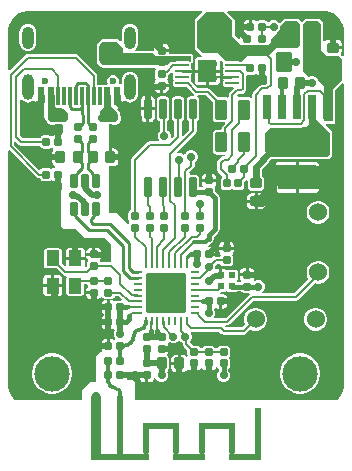
<source format=gbr>
%TF.GenerationSoftware,Altium Limited,Altium Designer,22.7.1 (60)*%
G04 Layer_Physical_Order=1*
G04 Layer_Color=255*
%FSLAX45Y45*%
%MOMM*%
%TF.SameCoordinates,1A5FE687-02E9-4ECA-85C8-40D928D14E81*%
%TF.FilePolarity,Positive*%
%TF.FileFunction,Copper,L1,Top,Signal*%
%TF.Part,Single*%
G01*
G75*
%TA.AperFunction,Conductor*%
%ADD10C,0.34849*%
%TA.AperFunction,ConnectorPad*%
%ADD11R,0.60000X1.50000*%
%ADD12R,0.30000X1.50000*%
%TA.AperFunction,SMDPad,CuDef*%
G04:AMPARAMS|DCode=13|XSize=3.45mm|YSize=3.45mm|CornerRadius=0.1725mm|HoleSize=0mm|Usage=FLASHONLY|Rotation=270.000|XOffset=0mm|YOffset=0mm|HoleType=Round|Shape=RoundedRectangle|*
%AMROUNDEDRECTD13*
21,1,3.45000,3.10500,0,0,270.0*
21,1,3.10500,3.45000,0,0,270.0*
1,1,0.34500,-1.55250,-1.55250*
1,1,0.34500,-1.55250,1.55250*
1,1,0.34500,1.55250,1.55250*
1,1,0.34500,1.55250,-1.55250*
%
%ADD13ROUNDEDRECTD13*%
G04:AMPARAMS|DCode=14|XSize=0.25mm|YSize=0.7mm|CornerRadius=0.0125mm|HoleSize=0mm|Usage=FLASHONLY|Rotation=90.000|XOffset=0mm|YOffset=0mm|HoleType=Round|Shape=RoundedRectangle|*
%AMROUNDEDRECTD14*
21,1,0.25000,0.67500,0,0,90.0*
21,1,0.22500,0.70000,0,0,90.0*
1,1,0.02500,0.33750,0.11250*
1,1,0.02500,0.33750,-0.11250*
1,1,0.02500,-0.33750,-0.11250*
1,1,0.02500,-0.33750,0.11250*
%
%ADD14ROUNDEDRECTD14*%
G04:AMPARAMS|DCode=15|XSize=0.25mm|YSize=0.7mm|CornerRadius=0.0125mm|HoleSize=0mm|Usage=FLASHONLY|Rotation=0.000|XOffset=0mm|YOffset=0mm|HoleType=Round|Shape=RoundedRectangle|*
%AMROUNDEDRECTD15*
21,1,0.25000,0.67500,0,0,0.0*
21,1,0.22500,0.70000,0,0,0.0*
1,1,0.02500,0.11250,-0.33750*
1,1,0.02500,-0.11250,-0.33750*
1,1,0.02500,-0.11250,0.33750*
1,1,0.02500,0.11250,0.33750*
%
%ADD15ROUNDEDRECTD15*%
G04:AMPARAMS|DCode=16|XSize=0.25mm|YSize=1.15mm|CornerRadius=0.05mm|HoleSize=0mm|Usage=FLASHONLY|Rotation=90.000|XOffset=0mm|YOffset=0mm|HoleType=Round|Shape=RoundedRectangle|*
%AMROUNDEDRECTD16*
21,1,0.25000,1.05000,0,0,90.0*
21,1,0.15000,1.15000,0,0,90.0*
1,1,0.10000,0.52500,0.07500*
1,1,0.10000,0.52500,-0.07500*
1,1,0.10000,-0.52500,-0.07500*
1,1,0.10000,-0.52500,0.07500*
%
%ADD16ROUNDEDRECTD16*%
G04:AMPARAMS|DCode=17|XSize=1.57mm|YSize=1.88mm|CornerRadius=0.0471mm|HoleSize=0mm|Usage=FLASHONLY|Rotation=0.000|XOffset=0mm|YOffset=0mm|HoleType=Round|Shape=RoundedRectangle|*
%AMROUNDEDRECTD17*
21,1,1.57000,1.78580,0,0,0.0*
21,1,1.47580,1.88000,0,0,0.0*
1,1,0.09420,0.73790,-0.89290*
1,1,0.09420,-0.73790,-0.89290*
1,1,0.09420,-0.73790,0.89290*
1,1,0.09420,0.73790,0.89290*
%
%ADD17ROUNDEDRECTD17*%
G04:AMPARAMS|DCode=18|XSize=0.8mm|YSize=1mm|CornerRadius=0.1mm|HoleSize=0mm|Usage=FLASHONLY|Rotation=0.000|XOffset=0mm|YOffset=0mm|HoleType=Round|Shape=RoundedRectangle|*
%AMROUNDEDRECTD18*
21,1,0.80000,0.80000,0,0,0.0*
21,1,0.60000,1.00000,0,0,0.0*
1,1,0.20000,0.30000,-0.40000*
1,1,0.20000,-0.30000,-0.40000*
1,1,0.20000,-0.30000,0.40000*
1,1,0.20000,0.30000,0.40000*
%
%ADD18ROUNDEDRECTD18*%
G04:AMPARAMS|DCode=19|XSize=0.6mm|YSize=1.7mm|CornerRadius=0.075mm|HoleSize=0mm|Usage=FLASHONLY|Rotation=0.000|XOffset=0mm|YOffset=0mm|HoleType=Round|Shape=RoundedRectangle|*
%AMROUNDEDRECTD19*
21,1,0.60000,1.55000,0,0,0.0*
21,1,0.45000,1.70000,0,0,0.0*
1,1,0.15000,0.22500,-0.77500*
1,1,0.15000,-0.22500,-0.77500*
1,1,0.15000,-0.22500,0.77500*
1,1,0.15000,0.22500,0.77500*
%
%ADD19ROUNDEDRECTD19*%
G04:AMPARAMS|DCode=20|XSize=0.6mm|YSize=0.7mm|CornerRadius=0.075mm|HoleSize=0mm|Usage=FLASHONLY|Rotation=180.000|XOffset=0mm|YOffset=0mm|HoleType=Round|Shape=RoundedRectangle|*
%AMROUNDEDRECTD20*
21,1,0.60000,0.55000,0,0,180.0*
21,1,0.45000,0.70000,0,0,180.0*
1,1,0.15000,-0.22500,0.27500*
1,1,0.15000,0.22500,0.27500*
1,1,0.15000,0.22500,-0.27500*
1,1,0.15000,-0.22500,-0.27500*
%
%ADD20ROUNDEDRECTD20*%
G04:AMPARAMS|DCode=21|XSize=0.6mm|YSize=0.7mm|CornerRadius=0.075mm|HoleSize=0mm|Usage=FLASHONLY|Rotation=270.000|XOffset=0mm|YOffset=0mm|HoleType=Round|Shape=RoundedRectangle|*
%AMROUNDEDRECTD21*
21,1,0.60000,0.55000,0,0,270.0*
21,1,0.45000,0.70000,0,0,270.0*
1,1,0.15000,-0.27500,-0.22500*
1,1,0.15000,-0.27500,0.22500*
1,1,0.15000,0.27500,0.22500*
1,1,0.15000,0.27500,-0.22500*
%
%ADD21ROUNDEDRECTD21*%
G04:AMPARAMS|DCode=22|XSize=3.2mm|YSize=2.1mm|CornerRadius=0.0525mm|HoleSize=0mm|Usage=FLASHONLY|Rotation=0.000|XOffset=0mm|YOffset=0mm|HoleType=Round|Shape=RoundedRectangle|*
%AMROUNDEDRECTD22*
21,1,3.20000,1.99500,0,0,0.0*
21,1,3.09500,2.10000,0,0,0.0*
1,1,0.10500,1.54750,-0.99750*
1,1,0.10500,-1.54750,-0.99750*
1,1,0.10500,-1.54750,0.99750*
1,1,0.10500,1.54750,0.99750*
%
%ADD22ROUNDEDRECTD22*%
G04:AMPARAMS|DCode=23|XSize=0.6mm|YSize=2.1mm|CornerRadius=0.051mm|HoleSize=0mm|Usage=FLASHONLY|Rotation=0.000|XOffset=0mm|YOffset=0mm|HoleType=Round|Shape=RoundedRectangle|*
%AMROUNDEDRECTD23*
21,1,0.60000,1.99800,0,0,0.0*
21,1,0.49800,2.10000,0,0,0.0*
1,1,0.10200,0.24900,-0.99900*
1,1,0.10200,-0.24900,-0.99900*
1,1,0.10200,-0.24900,0.99900*
1,1,0.10200,0.24900,0.99900*
%
%ADD23ROUNDEDRECTD23*%
G04:AMPARAMS|DCode=24|XSize=0.6mm|YSize=1.2mm|CornerRadius=0.075mm|HoleSize=0mm|Usage=FLASHONLY|Rotation=180.000|XOffset=0mm|YOffset=0mm|HoleType=Round|Shape=RoundedRectangle|*
%AMROUNDEDRECTD24*
21,1,0.60000,1.05000,0,0,180.0*
21,1,0.45000,1.20000,0,0,180.0*
1,1,0.15000,-0.22500,0.52500*
1,1,0.15000,0.22500,0.52500*
1,1,0.15000,0.22500,-0.52500*
1,1,0.15000,-0.22500,-0.52500*
%
%ADD24ROUNDEDRECTD24*%
G04:AMPARAMS|DCode=25|XSize=0.8mm|YSize=1mm|CornerRadius=0.1mm|HoleSize=0mm|Usage=FLASHONLY|Rotation=270.000|XOffset=0mm|YOffset=0mm|HoleType=Round|Shape=RoundedRectangle|*
%AMROUNDEDRECTD25*
21,1,0.80000,0.80000,0,0,270.0*
21,1,0.60000,1.00000,0,0,270.0*
1,1,0.20000,-0.40000,-0.30000*
1,1,0.20000,-0.40000,0.30000*
1,1,0.20000,0.40000,0.30000*
1,1,0.20000,0.40000,-0.30000*
%
%ADD25ROUNDEDRECTD25*%
G04:AMPARAMS|DCode=26|XSize=1mm|YSize=1.7mm|CornerRadius=0.125mm|HoleSize=0mm|Usage=FLASHONLY|Rotation=0.000|XOffset=0mm|YOffset=0mm|HoleType=Round|Shape=RoundedRectangle|*
%AMROUNDEDRECTD26*
21,1,1.00000,1.45000,0,0,0.0*
21,1,0.75000,1.70000,0,0,0.0*
1,1,0.25000,0.37500,-0.72500*
1,1,0.25000,-0.37500,-0.72500*
1,1,0.25000,-0.37500,0.72500*
1,1,0.25000,0.37500,0.72500*
%
%ADD26ROUNDEDRECTD26*%
G04:AMPARAMS|DCode=27|XSize=1.4mm|YSize=1.7mm|CornerRadius=0.175mm|HoleSize=0mm|Usage=FLASHONLY|Rotation=0.000|XOffset=0mm|YOffset=0mm|HoleType=Round|Shape=RoundedRectangle|*
%AMROUNDEDRECTD27*
21,1,1.40000,1.35000,0,0,0.0*
21,1,1.05000,1.70000,0,0,0.0*
1,1,0.35000,0.52500,-0.67500*
1,1,0.35000,-0.52500,-0.67500*
1,1,0.35000,-0.52500,0.67500*
1,1,0.35000,0.52500,0.67500*
%
%ADD27ROUNDEDRECTD27*%
G04:AMPARAMS|DCode=28|XSize=1.3mm|YSize=1.1mm|CornerRadius=0.055mm|HoleSize=0mm|Usage=FLASHONLY|Rotation=270.000|XOffset=0mm|YOffset=0mm|HoleType=Round|Shape=RoundedRectangle|*
%AMROUNDEDRECTD28*
21,1,1.30000,0.99000,0,0,270.0*
21,1,1.19000,1.10000,0,0,270.0*
1,1,0.11000,-0.49500,-0.59500*
1,1,0.11000,-0.49500,0.59500*
1,1,0.11000,0.49500,0.59500*
1,1,0.11000,0.49500,-0.59500*
%
%ADD28ROUNDEDRECTD28*%
G04:AMPARAMS|DCode=29|XSize=0.55mm|YSize=0.55mm|CornerRadius=0.0275mm|HoleSize=0mm|Usage=FLASHONLY|Rotation=0.000|XOffset=0mm|YOffset=0mm|HoleType=Round|Shape=RoundedRectangle|*
%AMROUNDEDRECTD29*
21,1,0.55000,0.49500,0,0,0.0*
21,1,0.49500,0.55000,0,0,0.0*
1,1,0.05500,0.24750,-0.24750*
1,1,0.05500,-0.24750,-0.24750*
1,1,0.05500,-0.24750,0.24750*
1,1,0.05500,0.24750,0.24750*
%
%ADD29ROUNDEDRECTD29*%
%TA.AperFunction,TestPad*%
%ADD30R,0.90000X4.90000*%
%ADD31R,5.00000X0.50000*%
%ADD32R,0.50000X4.90000*%
%ADD33R,0.50000X2.64000*%
%ADD34R,2.00000X0.50000*%
%ADD35R,2.70000X0.50000*%
%ADD36R,0.50000X3.94000*%
%TA.AperFunction,Conductor*%
%ADD37C,0.80000*%
%ADD38C,1.00000*%
%ADD39C,0.50000*%
%ADD40C,0.20000*%
%ADD41C,0.40000*%
%ADD42C,0.70000*%
%ADD43C,0.60000*%
%ADD44C,0.28107*%
%ADD45C,0.30000*%
%TA.AperFunction,ComponentPad*%
%ADD46C,0.60000*%
%ADD47O,1.00000X2.20000*%
%ADD48O,1.00000X1.90000*%
%TA.AperFunction,WasherPad*%
%ADD49C,3.00000*%
%TA.AperFunction,ComponentPad*%
%ADD50C,1.52400*%
%ADD51C,2.50000*%
%TA.AperFunction,ViaPad*%
%ADD52C,0.70000*%
G36*
X2749416Y3862903D02*
X2780247Y3850132D01*
X2807995Y3831592D01*
X2831592Y3807994D01*
X2850132Y3780248D01*
X2862903Y3749416D01*
X2869414Y3716685D01*
Y3489691D01*
X2856714Y3484430D01*
X2848242Y3492901D01*
X2842779Y3504526D01*
X2850603Y3516235D01*
X2853351Y3530047D01*
Y3547347D01*
X2777258D01*
Y3560047D01*
X2764558D01*
Y3626141D01*
X2737258D01*
X2723445Y3623393D01*
X2711736Y3615569D01*
X2710349Y3613494D01*
X2697649Y3617347D01*
Y3760046D01*
X2697650Y3760047D01*
X2696097Y3767851D01*
X2691677Y3774467D01*
X2666677Y3799467D01*
X2660061Y3803887D01*
X2652258Y3805439D01*
X2552259D01*
X2552258Y3805439D01*
X2544454Y3803887D01*
X2537838Y3799467D01*
X2514758Y3776386D01*
X2491677Y3799467D01*
X2485061Y3803887D01*
X2477258Y3805439D01*
X2377259D01*
X2377258Y3805439D01*
X2369454Y3803887D01*
X2362838Y3799467D01*
X2362838Y3799466D01*
X2328630Y3765258D01*
X2323884Y3766203D01*
X2308412Y3781674D01*
X2288198Y3790047D01*
X2266318D01*
X2246103Y3781674D01*
X2238461Y3774032D01*
X2235150Y3773837D01*
X2223292Y3776824D01*
X2219584Y3782374D01*
X2210488Y3788452D01*
X2199758Y3790586D01*
X2154758D01*
X2144028Y3788452D01*
X2139371Y3785340D01*
X2123477Y3786267D01*
X2112594Y3793539D01*
X2099758Y3796092D01*
X2089958D01*
Y3735047D01*
X2077258D01*
Y3722347D01*
X2021213D01*
Y3707548D01*
X2023767Y3694711D01*
X2012989Y3688751D01*
X2011921Y3688538D01*
X2001038Y3681267D01*
X1993767Y3670384D01*
X1991213Y3657547D01*
Y3641524D01*
X1979480Y3636664D01*
X1947650Y3668494D01*
Y3720196D01*
X1946097Y3727999D01*
X1945841Y3728619D01*
Y3742387D01*
X1946097Y3743007D01*
X1947650Y3750810D01*
Y3785047D01*
X1946097Y3792851D01*
X1941677Y3799467D01*
X1941676Y3799467D01*
X1883463Y3857680D01*
X1888324Y3869414D01*
X2716685D01*
X2749416Y3862903D01*
D02*
G37*
G36*
X1671052Y3857680D02*
X1612838Y3799467D01*
X1608418Y3792851D01*
X1606866Y3785047D01*
Y3560047D01*
X1608418Y3552244D01*
X1612838Y3545628D01*
X1612839Y3545627D01*
X1662838Y3495628D01*
X1667165Y3492737D01*
X1665683Y3481638D01*
X1665053Y3480037D01*
X1640968D01*
X1629219Y3477700D01*
X1619260Y3471045D01*
X1612605Y3461086D01*
X1610268Y3449338D01*
X1597650Y3449534D01*
Y3485047D01*
X1596097Y3492851D01*
X1591677Y3499467D01*
X1585061Y3503887D01*
X1577258Y3505439D01*
X1394136D01*
X1388302Y3512548D01*
Y3522347D01*
X1327258D01*
Y3535047D01*
X1314558D01*
Y3591092D01*
X1299758D01*
X1286921Y3588538D01*
X1276038Y3581267D01*
X1268767Y3570384D01*
X1266213Y3557547D01*
Y3538888D01*
X1253513Y3530190D01*
X1252258Y3530439D01*
X1104892D01*
X1100581Y3543139D01*
X1109682Y3550123D01*
X1120902Y3564745D01*
X1127956Y3581774D01*
X1130361Y3600047D01*
Y3690047D01*
X1127956Y3708321D01*
X1120902Y3725349D01*
X1109682Y3739972D01*
X1095060Y3751192D01*
X1078031Y3758245D01*
X1059758Y3760651D01*
X1041484Y3758245D01*
X1024456Y3751192D01*
X1009833Y3739972D01*
X998613Y3725349D01*
X991560Y3708321D01*
X989154Y3690047D01*
Y3618583D01*
X977420Y3613723D01*
X966678Y3624466D01*
X966677Y3624467D01*
X960061Y3628887D01*
X952258Y3630439D01*
X853867D01*
X852258Y3630651D01*
X850649Y3630439D01*
X827259D01*
X827258Y3630440D01*
X819454Y3628887D01*
X812838Y3624467D01*
X787838Y3599467D01*
X783418Y3592851D01*
X781866Y3585047D01*
Y3561658D01*
X781654Y3560047D01*
Y3460047D01*
X781866Y3458437D01*
Y3435049D01*
X781866Y3435047D01*
X783418Y3427244D01*
X787838Y3420628D01*
X812838Y3395628D01*
X819454Y3391208D01*
X827258Y3389655D01*
X850649D01*
X852258Y3389444D01*
X1052258D01*
X1053867Y3389655D01*
X1275453D01*
X1279163Y3379480D01*
X1279652Y3376955D01*
X1273853Y3368277D01*
X1271719Y3357547D01*
Y3312547D01*
X1273853Y3301817D01*
X1276965Y3297160D01*
X1276038Y3281266D01*
X1268767Y3270384D01*
X1266213Y3257547D01*
Y3247747D01*
X1327258D01*
X1388302D01*
Y3257547D01*
X1385749Y3270384D01*
X1378477Y3281266D01*
X1377550Y3297160D01*
X1380662Y3301817D01*
X1382796Y3312547D01*
Y3325768D01*
X1382979Y3325804D01*
X1392903Y3332435D01*
X1407008Y3346540D01*
X1420789Y3342360D01*
X1421122Y3340686D01*
X1427841Y3330630D01*
X1428250Y3330357D01*
X1426208Y3327302D01*
X1424268Y3317547D01*
Y3302548D01*
X1426208Y3292793D01*
X1431384Y3285048D01*
X1426208Y3277302D01*
X1424268Y3267547D01*
Y3252547D01*
X1426208Y3242793D01*
X1431734Y3234524D01*
X1440003Y3228998D01*
X1449758Y3227058D01*
X1536990D01*
X1600628Y3163419D01*
X1600629Y3163418D01*
X1606065Y3159786D01*
X1602213Y3147086D01*
X1570258D01*
X1559528Y3144952D01*
X1550431Y3138874D01*
X1544353Y3129777D01*
X1542219Y3119047D01*
Y2964048D01*
X1544353Y2953318D01*
X1550431Y2944221D01*
X1559528Y2938143D01*
X1562170Y2937618D01*
Y2863217D01*
X1509045Y2810093D01*
X1496345Y2815353D01*
Y2937618D01*
X1498987Y2938143D01*
X1508084Y2944221D01*
X1514162Y2953318D01*
X1516296Y2964048D01*
Y3119047D01*
X1514162Y3129777D01*
X1508084Y3138874D01*
X1498987Y3144952D01*
X1488257Y3147086D01*
X1443258D01*
X1432528Y3144952D01*
X1423431Y3138874D01*
X1417353Y3129777D01*
X1415219Y3119047D01*
Y2964048D01*
X1417353Y2953318D01*
X1423431Y2944221D01*
X1432528Y2938143D01*
X1435170Y2937618D01*
Y2811217D01*
X1418991Y2795038D01*
X1413208Y2797044D01*
X1407258Y2801266D01*
Y2820987D01*
X1398884Y2841202D01*
X1383413Y2856674D01*
X1376095Y2859705D01*
Y2940888D01*
X1381084Y2944221D01*
X1387162Y2953318D01*
X1389296Y2964048D01*
Y3119047D01*
X1387162Y3129777D01*
X1381084Y3138874D01*
X1371987Y3144952D01*
X1361257Y3147086D01*
X1316258D01*
X1305528Y3144952D01*
X1296431Y3138874D01*
X1290353Y3129777D01*
X1288219Y3119047D01*
Y2964048D01*
X1290353Y2953318D01*
X1296431Y2944221D01*
X1305528Y2938143D01*
X1314920Y2936275D01*
Y2850491D01*
X1305631Y2841202D01*
X1297258Y2820987D01*
Y2799107D01*
X1305631Y2778892D01*
X1307155Y2777368D01*
X1302295Y2765635D01*
X1227258D01*
X1215552Y2763307D01*
X1205629Y2756676D01*
X1205628Y2756675D01*
X1080629Y2631676D01*
X1073998Y2621753D01*
X1071670Y2610047D01*
X1071670Y2610046D01*
Y2184972D01*
X1064028Y2183452D01*
X1054931Y2177374D01*
X1048853Y2168277D01*
X1046719Y2157547D01*
Y2112548D01*
X1048853Y2101818D01*
X1054931Y2092721D01*
X1054986Y2092685D01*
Y2077410D01*
X1054931Y2077374D01*
X1048853Y2068277D01*
X1048796Y2067992D01*
X1035077Y2064116D01*
X948572Y2157547D01*
X887870D01*
X878954Y2166592D01*
X884411Y2550000D01*
X886176Y2554261D01*
X922850D01*
X936663Y2557008D01*
X948372Y2564832D01*
X956196Y2576542D01*
X958944Y2590354D01*
Y2617654D01*
X892850D01*
Y2630354D01*
X880150D01*
Y2706446D01*
X880152Y2706447D01*
X880150D01*
Y2909068D01*
X906612D01*
X916318Y2905048D01*
X938198D01*
X958413Y2913421D01*
X973884Y2928893D01*
X982258Y2949107D01*
Y2970987D01*
X976324Y2985313D01*
Y2993066D01*
X972443Y3012575D01*
X961392Y3029114D01*
X952592Y3037914D01*
X957452Y3049647D01*
X1002658D01*
Y3104621D01*
X1015358Y3110884D01*
X1024456Y3103903D01*
X1041484Y3096849D01*
X1059758Y3094443D01*
X1078031Y3096849D01*
X1095060Y3103903D01*
X1109682Y3115123D01*
X1120902Y3129745D01*
X1127956Y3146774D01*
X1130361Y3165047D01*
Y3285048D01*
X1127956Y3303321D01*
X1120902Y3320349D01*
X1109682Y3334972D01*
X1095060Y3346192D01*
X1078031Y3353246D01*
X1059758Y3355651D01*
X1041484Y3353246D01*
X1024456Y3346192D01*
X1009833Y3334972D01*
X998613Y3320349D01*
X991560Y3303321D01*
X989154Y3285048D01*
Y3250447D01*
X972617D01*
X965561Y3261007D01*
X967257Y3265102D01*
Y3284993D01*
X959646Y3303370D01*
X945580Y3317435D01*
X927203Y3325047D01*
X907312D01*
X888935Y3317435D01*
X874869Y3303370D01*
X867258Y3284993D01*
Y3265102D01*
X870304Y3257747D01*
X861818Y3245047D01*
X782845D01*
Y3322741D01*
X782846Y3322742D01*
X780517Y3334448D01*
X773886Y3344371D01*
X773886Y3344372D01*
X621629Y3496629D01*
X611705Y3503259D01*
X600000Y3505588D01*
X599999Y3505588D01*
X193432D01*
X181726Y3503259D01*
X171803Y3496629D01*
X42320Y3367146D01*
X30586Y3372006D01*
Y3700000D01*
Y3716686D01*
X37097Y3749416D01*
X49868Y3780247D01*
X68408Y3807995D01*
X92005Y3831592D01*
X119752Y3850132D01*
X150584Y3862903D01*
X183314Y3869414D01*
X1666192D01*
X1671052Y3857680D01*
D02*
G37*
G36*
X952258Y3610047D02*
X1002087Y3560217D01*
X1002258Y3559996D01*
Y3510047D01*
X1252258D01*
X1277258Y3485047D01*
X1297049D01*
X1299758Y3484509D01*
X1354758D01*
X1357466Y3485047D01*
X1577258D01*
Y3447855D01*
X1564558Y3441067D01*
X1564512Y3441097D01*
X1554758Y3443037D01*
X1449758D01*
X1440003Y3441097D01*
X1439313Y3440635D01*
X1427258D01*
X1415552Y3438307D01*
X1410674Y3435047D01*
X1402258D01*
X1377258Y3410047D01*
X827258D01*
X802258Y3435047D01*
Y3585047D01*
X827258Y3610047D01*
X952258D01*
Y3610047D01*
D02*
G37*
G36*
X1927258Y3785047D02*
Y3750810D01*
X1925449Y3746443D01*
Y3724563D01*
X1927258Y3720196D01*
Y3660047D01*
X2002258Y3585047D01*
X2022050D01*
X2024758Y3584509D01*
X2079758D01*
X2082466Y3585047D01*
X2147050D01*
X2149758Y3584509D01*
X2204758D01*
X2207466Y3585047D01*
X2227258D01*
X2252258Y3610047D01*
Y3635047D01*
X2252258D01*
X2303665Y3686454D01*
X2308412Y3688421D01*
X2323884Y3703893D01*
X2325851Y3708640D01*
X2327258Y3710047D01*
Y3712037D01*
X2332257Y3724107D01*
Y3740047D01*
X2377258Y3785047D01*
X2477258D01*
X2502258Y3760047D01*
Y3585047D01*
X2477257Y3560047D01*
X2302258D01*
X2227258Y3485047D01*
X2052258D01*
X2007846Y3440635D01*
X1990203D01*
X1989512Y3441097D01*
X1979758Y3443037D01*
X1874758D01*
X1870179Y3442126D01*
X1802258Y3510047D01*
Y3510047D01*
X1677258D01*
X1627258Y3560047D01*
X1627258D01*
Y3785047D01*
X1702258Y3860047D01*
X1852258D01*
X1927258Y3785047D01*
D02*
G37*
G36*
X1853193Y3430273D02*
X1851208Y3427302D01*
X1849268Y3417547D01*
Y3402548D01*
X1851208Y3392793D01*
X1856384Y3385047D01*
X1851208Y3377302D01*
X1849268Y3367547D01*
Y3352548D01*
X1851208Y3342793D01*
X1853250Y3339738D01*
X1852841Y3339464D01*
X1846122Y3329409D01*
X1844796Y3322747D01*
X1927258D01*
Y3297347D01*
X1844796D01*
X1846122Y3290686D01*
X1852841Y3280630D01*
X1853250Y3280357D01*
X1851208Y3277302D01*
X1849268Y3267547D01*
Y3252547D01*
X1851208Y3242793D01*
X1856734Y3234524D01*
X1865003Y3228998D01*
X1874758Y3227058D01*
X1933050D01*
X1938311Y3214358D01*
X1905629Y3181676D01*
X1898998Y3171753D01*
X1896670Y3160047D01*
X1896670Y3160046D01*
Y3143926D01*
X1883970Y3137138D01*
X1882438Y3138161D01*
X1869758Y3140684D01*
X1804879D01*
X1738887Y3206676D01*
X1728963Y3213307D01*
X1717258Y3215635D01*
X1717256Y3215635D01*
X1634928D01*
X1579560Y3271003D01*
X1578307Y3277302D01*
X1573131Y3285048D01*
X1578307Y3292793D01*
X1580248Y3302548D01*
Y3317547D01*
X1578307Y3327302D01*
X1576266Y3330357D01*
X1576675Y3330630D01*
X1583394Y3340686D01*
X1584719Y3347347D01*
X1502258D01*
Y3372747D01*
X1584719D01*
X1583394Y3379409D01*
X1576675Y3389464D01*
X1576266Y3389738D01*
X1578307Y3392793D01*
X1580248Y3402548D01*
Y3417547D01*
X1578668Y3425486D01*
X1586870Y3429870D01*
X1589186Y3431771D01*
X1591677Y3433435D01*
X1592239Y3434276D01*
X1593021Y3434918D01*
X1594433Y3437560D01*
X1596097Y3440051D01*
X1596295Y3441043D01*
X1596772Y3441935D01*
X1597065Y3444917D01*
X1597650Y3447854D01*
X1610268Y3447658D01*
Y3372747D01*
X1819248D01*
Y3446258D01*
X1826682Y3450791D01*
X1831695Y3451771D01*
X1853193Y3430273D01*
D02*
G37*
G36*
X2189958Y3324003D02*
X2199757D01*
X2208970Y3325835D01*
X2221670Y3318509D01*
Y3259433D01*
X2207472Y3245235D01*
X2181857D01*
X2170152Y3242906D01*
X2160229Y3236276D01*
X2160228Y3236275D01*
X2105629Y3181676D01*
X2098998Y3171753D01*
X2096670Y3160047D01*
X2096670Y3160046D01*
Y3133662D01*
X2083970Y3129809D01*
X2083189Y3130978D01*
X2072439Y3138161D01*
X2059758Y3140684D01*
X1984758D01*
X1979593Y3139657D01*
X1966415Y3147855D01*
X1965817Y3148879D01*
X1964981Y3154513D01*
X1977428Y3166960D01*
X2003041D01*
X2003042Y3166960D01*
X2014748Y3169288D01*
X2024671Y3175919D01*
X2036386Y3187634D01*
X2036387Y3187634D01*
X2043017Y3197558D01*
X2045346Y3209263D01*
X2045346Y3209265D01*
Y3321784D01*
X2054758Y3329509D01*
X2099757D01*
X2110487Y3331643D01*
X2115144Y3334755D01*
X2131038Y3333828D01*
X2141921Y3326556D01*
X2154758Y3324003D01*
X2164558D01*
Y3385047D01*
X2189958D01*
Y3324003D01*
D02*
G37*
G36*
X319957Y3049647D02*
X336278D01*
Y2977754D01*
X340159Y2958245D01*
X348879Y2945194D01*
X355631Y2928893D01*
X371103Y2913421D01*
X391318Y2905048D01*
X413198D01*
X422904Y2909068D01*
X481612D01*
X491318Y2905048D01*
Y2842458D01*
X484329Y2835470D01*
Y2828947D01*
X474757Y2821092D01*
X464958D01*
Y2760047D01*
X439558D01*
Y2821092D01*
X429758D01*
X416921Y2818538D01*
X406038Y2811267D01*
X390145Y2810340D01*
X385487Y2813452D01*
X374757Y2815586D01*
X329758D01*
X319028Y2813452D01*
X309931Y2807374D01*
X303853Y2798277D01*
X302333Y2790635D01*
X152623D01*
X127845Y2815412D01*
Y3116400D01*
X140545Y3120711D01*
X144833Y3115123D01*
X159456Y3103903D01*
X176484Y3096849D01*
X194758Y3094443D01*
X213031Y3096849D01*
X230059Y3103903D01*
X239158Y3110884D01*
X251858Y3104621D01*
Y3049647D01*
X294557D01*
Y3150047D01*
X319957D01*
Y3049647D01*
D02*
G37*
G36*
X2677258Y3760047D02*
Y3535047D01*
X2727257Y3485047D01*
X2827258D01*
X2852258Y3460047D01*
Y3285047D01*
X2777258Y3210047D01*
Y2935047D01*
X2702258D01*
Y3235047D01*
X2652902Y3284403D01*
X2648884Y3294102D01*
X2633413Y3309574D01*
X2613198Y3317947D01*
X2591318D01*
X2575790Y3311515D01*
X2527258Y3360047D01*
X2527258Y3760047D01*
X2552258Y3785047D01*
X2652258D01*
X2677258Y3760047D01*
D02*
G37*
G36*
X2627258Y2960047D02*
X2752258Y2835047D01*
Y2660047D01*
X2727258Y2635047D01*
X2252258D01*
X2202258Y2685047D01*
Y2835047D01*
X2249304Y2882093D01*
X2251473Y2881662D01*
X2251475Y2881662D01*
X2506397D01*
X2506399Y2881662D01*
X2518104Y2883990D01*
X2519686Y2885047D01*
X2552258D01*
X2577258Y2910047D01*
Y3160047D01*
X2627258D01*
Y2960047D01*
D02*
G37*
G36*
X2869414Y3255404D02*
Y700000D01*
Y683314D01*
X2862903Y650584D01*
X2850132Y619753D01*
X2831592Y592005D01*
X2814587Y575000D01*
X1104836D01*
Y729066D01*
X1085775Y748128D01*
X1041033D01*
X1033302Y757548D01*
Y772347D01*
X977258D01*
Y797747D01*
X1033302D01*
Y812547D01*
X1033839Y813201D01*
X1136573D01*
X1141213Y807547D01*
Y797747D01*
X1202258D01*
Y785047D01*
X1214958D01*
Y729003D01*
X1229758D01*
X1242594Y731556D01*
X1253477Y738828D01*
X1260749Y749710D01*
X1263302Y762547D01*
X1276002Y765067D01*
X1280631Y753893D01*
X1296103Y738421D01*
X1316318Y730048D01*
X1338198D01*
X1358413Y738421D01*
X1373884Y753893D01*
X1382258Y774107D01*
Y795987D01*
X1373884Y816202D01*
X1378886Y823418D01*
X1385517Y833342D01*
X1387845Y845047D01*
Y925047D01*
X1385517Y936753D01*
X1378886Y946676D01*
X1377277Y947751D01*
X1377277Y963026D01*
X1378477Y963828D01*
X1385749Y974711D01*
X1388302Y987548D01*
Y997348D01*
X1327258D01*
Y1022748D01*
X1388302D01*
Y1032547D01*
X1385749Y1045384D01*
X1379113Y1055316D01*
X1380555Y1062566D01*
X1394077Y1065446D01*
X1396103Y1063421D01*
X1416318Y1055047D01*
X1438198D01*
X1458413Y1063421D01*
X1468961Y1073969D01*
X1477258Y1077469D01*
X1485554Y1073969D01*
X1496103Y1063421D01*
X1506237Y1059223D01*
Y1050482D01*
X1506237Y1050481D01*
X1508565Y1038775D01*
X1515196Y1028852D01*
X1546719Y997329D01*
Y962548D01*
X1548327Y954467D01*
X1543258Y945044D01*
X1540409Y941595D01*
X1538907Y941398D01*
X1532780Y950569D01*
X1521070Y958393D01*
X1507258Y961141D01*
X1489958D01*
Y885047D01*
Y808954D01*
X1507258D01*
X1521070Y811701D01*
X1532780Y819525D01*
X1540603Y831235D01*
X1540683Y831635D01*
X1543346Y833485D01*
X1554590Y836454D01*
X1561921Y831556D01*
X1574758Y829003D01*
X1589558D01*
Y885048D01*
X1614958D01*
Y829003D01*
X1629757D01*
X1642594Y831556D01*
X1653477Y838828D01*
X1657702Y845151D01*
X1657725Y845160D01*
X1671790D01*
X1671814Y845151D01*
X1676038Y838828D01*
X1686921Y831556D01*
X1699758Y829003D01*
X1714558D01*
Y885048D01*
X1739958D01*
Y829003D01*
X1754757D01*
X1767594Y831556D01*
X1778477Y838828D01*
X1785749Y849711D01*
X1786036Y851156D01*
X1797634Y851754D01*
X1799056Y851514D01*
X1804931Y842721D01*
X1811474Y838349D01*
Y822045D01*
X1805631Y816202D01*
X1797258Y795987D01*
Y774107D01*
X1805631Y753893D01*
X1821103Y738421D01*
X1841318Y730048D01*
X1863198D01*
X1883413Y738421D01*
X1898884Y753893D01*
X1907258Y774107D01*
Y795987D01*
X1898884Y816202D01*
X1893041Y822045D01*
Y838349D01*
X1899584Y842721D01*
X1905662Y851817D01*
X1907796Y862547D01*
Y907547D01*
X1905662Y918277D01*
X1899584Y927374D01*
X1899529Y927410D01*
Y942684D01*
X1899584Y942721D01*
X1905662Y951818D01*
X1907796Y962547D01*
Y1007547D01*
X1905662Y1018277D01*
X1899584Y1027374D01*
X1890487Y1033452D01*
X1879757Y1035586D01*
X1824758D01*
X1814028Y1033452D01*
X1804931Y1027374D01*
X1798853Y1018277D01*
X1798328Y1015635D01*
X1781187D01*
X1780662Y1018277D01*
X1774584Y1027374D01*
X1765487Y1033452D01*
X1754757Y1035586D01*
X1699758D01*
X1689028Y1033452D01*
X1679931Y1027374D01*
X1673853Y1018277D01*
X1673328Y1015635D01*
X1656187D01*
X1655662Y1018277D01*
X1649584Y1027374D01*
X1640487Y1033452D01*
X1629757Y1035586D01*
X1594976D01*
X1567412Y1063151D01*
Y1072421D01*
X1573884Y1078892D01*
X1582257Y1099107D01*
Y1120987D01*
X1573884Y1141202D01*
X1572041Y1143046D01*
X1578297Y1154750D01*
X1579757Y1154460D01*
X1814587D01*
X1830628Y1138419D01*
X1830629Y1138418D01*
X1840552Y1131788D01*
X1852258Y1129460D01*
X2023256D01*
X2023258Y1129459D01*
X2034963Y1131788D01*
X2044886Y1138418D01*
X2080259Y1173791D01*
X2086126Y1170403D01*
X2110593Y1163847D01*
X2135923D01*
X2160389Y1170403D01*
X2182326Y1183068D01*
X2200237Y1200979D01*
X2212902Y1222916D01*
X2219458Y1247382D01*
Y1272712D01*
X2212902Y1297179D01*
X2200237Y1319115D01*
X2182326Y1337026D01*
X2160389Y1349691D01*
X2135923Y1356247D01*
X2110593D01*
X2086126Y1349691D01*
X2064189Y1337026D01*
X2046279Y1319115D01*
X2033614Y1297179D01*
X2027058Y1272712D01*
Y1247382D01*
X2033614Y1222916D01*
X2037001Y1217048D01*
X2010588Y1190635D01*
X1870072D01*
X1865726Y1196360D01*
X1872029Y1209060D01*
X1881857D01*
X1881858Y1209059D01*
X1893563Y1211388D01*
X1903487Y1218018D01*
X2102428Y1416960D01*
X2464757D01*
X2464758Y1416960D01*
X2476463Y1419288D01*
X2486387Y1425919D01*
X2624389Y1563921D01*
X2639593Y1559847D01*
X2664923D01*
X2689389Y1566403D01*
X2711326Y1579068D01*
X2729237Y1596979D01*
X2741902Y1618915D01*
X2748458Y1643382D01*
Y1668712D01*
X2741902Y1693179D01*
X2729237Y1715115D01*
X2711326Y1733026D01*
X2689389Y1745691D01*
X2664923Y1752247D01*
X2639593D01*
X2615126Y1745691D01*
X2593189Y1733026D01*
X2575279Y1715115D01*
X2562614Y1693179D01*
X2556058Y1668712D01*
Y1643382D01*
X2562614Y1618915D01*
X2573688Y1599735D01*
X2452088Y1478135D01*
X2184320D01*
X2183468Y1479525D01*
X2180427Y1490835D01*
X2193484Y1503892D01*
X2201857Y1524107D01*
Y1545987D01*
X2193484Y1566202D01*
X2178012Y1581674D01*
X2157798Y1590047D01*
X2135917D01*
X2118085Y1582661D01*
X2115033Y1583263D01*
X2109850Y1592661D01*
X2109657Y1598077D01*
X2110749Y1599711D01*
X2113302Y1612547D01*
Y1622347D01*
X2052258D01*
X1991213D01*
Y1612547D01*
X1993767Y1599711D01*
X2000401Y1589781D01*
X1999299Y1584958D01*
X1995759Y1577081D01*
X1966990D01*
X1965909Y1582505D01*
Y1591396D01*
X1970938Y1598921D01*
X1972703Y1607798D01*
Y1657297D01*
X1970938Y1666174D01*
X1965909Y1673699D01*
X1958384Y1678727D01*
X1949507Y1680493D01*
X1900008D01*
X1891131Y1678727D01*
X1889878Y1677890D01*
X1874802Y1677592D01*
X1865491Y1683814D01*
X1854507Y1685999D01*
X1842458D01*
Y1632547D01*
X1817058D01*
Y1685999D01*
X1805008D01*
X1794024Y1683814D01*
X1790636Y1681550D01*
X1782284Y1687447D01*
X1780000Y1689718D01*
Y1710940D01*
X1779765Y1711507D01*
X1797718Y1729460D01*
X1823328D01*
X1823853Y1726818D01*
X1829931Y1717721D01*
X1839028Y1711643D01*
X1849758Y1709509D01*
X1904757D01*
X1915487Y1711643D01*
X1924584Y1717721D01*
X1930662Y1726818D01*
X1932796Y1737548D01*
Y1782547D01*
X1930662Y1793277D01*
X1927550Y1797934D01*
X1928477Y1813828D01*
X1935749Y1824711D01*
X1938302Y1837548D01*
Y1847348D01*
X1877258D01*
X1816213D01*
Y1837548D01*
X1818766Y1824711D01*
X1826038Y1813828D01*
X1826732Y1801925D01*
X1817463Y1790635D01*
X1785048D01*
X1783303Y1792068D01*
Y1797347D01*
X1727258D01*
Y1822747D01*
X1783303D01*
Y1837547D01*
X1780749Y1850384D01*
X1773478Y1861267D01*
X1762595Y1868539D01*
X1749758Y1871092D01*
X1719229D01*
X1716882Y1883792D01*
X1725895Y1889814D01*
X1736047Y1899966D01*
X1739566Y1900667D01*
X1752798Y1909507D01*
X1756096Y1912806D01*
X1764937Y1926037D01*
X1768041Y1941644D01*
X1768041Y1941645D01*
Y1954045D01*
X1806096Y1992100D01*
X1814937Y2005331D01*
X1818041Y2020938D01*
X1818041Y2020939D01*
Y2290046D01*
X1818041Y2290047D01*
X1814937Y2305655D01*
X1806096Y2318886D01*
X1806095Y2318886D01*
X1782796Y2342186D01*
Y2357547D01*
X1780662Y2368277D01*
X1777550Y2372934D01*
X1778477Y2388828D01*
X1785749Y2399710D01*
X1788302Y2412547D01*
Y2422347D01*
X1727258D01*
X1666213D01*
Y2412547D01*
X1668767Y2399710D01*
X1676038Y2388828D01*
X1676263Y2387808D01*
X1672629Y2375831D01*
X1643296D01*
Y2456047D01*
X1641162Y2466777D01*
X1635084Y2475874D01*
X1625987Y2481952D01*
X1615257Y2484086D01*
X1570258D01*
X1564143Y2494165D01*
X1563797Y2503329D01*
X1598886Y2538418D01*
X1598887Y2538419D01*
X1605517Y2548342D01*
X1607845Y2560047D01*
Y2588186D01*
X1608413Y2588421D01*
X1623884Y2603892D01*
X1632258Y2624107D01*
Y2645987D01*
X1623884Y2666202D01*
X1608413Y2681674D01*
X1588198Y2690047D01*
X1566318D01*
X1546103Y2681674D01*
X1530631Y2666202D01*
X1526593Y2656454D01*
X1511612Y2653474D01*
X1508413Y2656674D01*
X1488198Y2665047D01*
X1468476D01*
X1464254Y2670997D01*
X1462249Y2676781D01*
X1614386Y2828918D01*
X1621017Y2838842D01*
X1623345Y2850547D01*
Y2937618D01*
X1625987Y2938143D01*
X1635084Y2944221D01*
X1641162Y2953318D01*
X1643296Y2964048D01*
Y3119047D01*
X1641162Y3129777D01*
X1635084Y3138874D01*
X1630765Y3141760D01*
X1634617Y3154460D01*
X1704588D01*
X1761621Y3097426D01*
Y2962547D01*
X1764144Y2949867D01*
X1771327Y2939116D01*
X1782077Y2931933D01*
X1794758Y2929411D01*
X1860403D01*
X1865664Y2916711D01*
X1845629Y2896676D01*
X1838999Y2886753D01*
X1836670Y2875048D01*
X1828814Y2865684D01*
X1794758D01*
X1782077Y2863161D01*
X1771327Y2855978D01*
X1764144Y2845228D01*
X1761621Y2832547D01*
Y2687547D01*
X1764144Y2674867D01*
X1771327Y2664116D01*
X1782077Y2656933D01*
X1794758Y2654411D01*
X1861597D01*
X1868792Y2641711D01*
X1868147Y2640635D01*
X1852259D01*
X1852258Y2640635D01*
X1840552Y2638307D01*
X1830629Y2631676D01*
X1805629Y2606676D01*
X1798998Y2596753D01*
X1796670Y2585047D01*
X1796670Y2585046D01*
Y2532016D01*
X1796670Y2532014D01*
X1798998Y2520309D01*
X1805629Y2510385D01*
X1840685Y2475329D01*
X1841041Y2474063D01*
X1838750Y2459925D01*
X1834931Y2457374D01*
X1828853Y2448277D01*
X1826719Y2437547D01*
Y2382547D01*
X1828853Y2371817D01*
X1834931Y2362721D01*
X1844028Y2356643D01*
X1854758Y2354509D01*
X1899757D01*
X1910487Y2356643D01*
X1919584Y2362721D01*
X1919620Y2362776D01*
X1934895D01*
X1934931Y2362721D01*
X1944028Y2356643D01*
X1954758Y2354509D01*
X1999757D01*
X2010487Y2356643D01*
X2019584Y2362721D01*
X2025662Y2371817D01*
X2027796Y2382547D01*
Y2422328D01*
X2043970Y2438502D01*
X2056670Y2433242D01*
Y2380048D01*
X2058998Y2368342D01*
X2065629Y2358419D01*
X2075552Y2351788D01*
X2087258Y2349460D01*
X2167258D01*
X2178963Y2351788D01*
X2188886Y2358419D01*
X2195517Y2368342D01*
X2197845Y2380048D01*
Y2440047D01*
X2195517Y2451753D01*
X2188886Y2461676D01*
X2178963Y2468307D01*
X2178237Y2468451D01*
Y2530352D01*
X2223306Y2575421D01*
X2234356Y2591960D01*
X2235124Y2595818D01*
X2253961Y2614655D01*
X2727256D01*
X2727258Y2614655D01*
X2735061Y2616208D01*
X2741677Y2620628D01*
X2766677Y2645628D01*
X2771097Y2652244D01*
X2772650Y2660047D01*
Y2835047D01*
X2771097Y2842851D01*
X2766677Y2849467D01*
X2766676Y2849467D01*
X2714188Y2901955D01*
X2719449Y2914655D01*
X2777258D01*
X2785061Y2916208D01*
X2791677Y2920628D01*
X2796097Y2927244D01*
X2797649Y2935047D01*
Y3201600D01*
X2856714Y3260664D01*
X2869414Y3255404D01*
D02*
G37*
G36*
X118323Y2738419D02*
X118324Y2738418D01*
X128247Y2731788D01*
X139953Y2729459D01*
X139954Y2729460D01*
X302333D01*
X303853Y2721818D01*
X309931Y2712721D01*
X319028Y2706643D01*
X329758Y2704509D01*
X374757D01*
X385487Y2706643D01*
X390145Y2709755D01*
X406038Y2708828D01*
X407446Y2707887D01*
X408431Y2705463D01*
X409314Y2691364D01*
X404505Y2684166D01*
X401757Y2670354D01*
Y2643054D01*
X467851D01*
Y2617654D01*
X401757D01*
Y2590354D01*
X404505Y2576542D01*
X412329Y2564832D01*
X423006Y2557698D01*
X423417Y2553556D01*
X421789Y2544507D01*
X416921Y2543538D01*
X406038Y2536267D01*
X390145Y2535340D01*
X385487Y2538452D01*
X374757Y2540586D01*
X329758D01*
X319028Y2538452D01*
X309931Y2532374D01*
X307493Y2528725D01*
X292403Y2525854D01*
X80588Y2737670D01*
Y2759561D01*
X92321Y2764421D01*
X118323Y2738419D01*
D02*
G37*
G36*
X268323Y2463419D02*
X268324Y2463418D01*
X278247Y2456788D01*
X289952Y2454460D01*
X302333D01*
X303853Y2446818D01*
X309931Y2437721D01*
X319028Y2431643D01*
X329758Y2429509D01*
X374757D01*
X385487Y2431643D01*
X390145Y2434755D01*
X406038Y2433828D01*
X416921Y2426556D01*
X429758Y2424003D01*
X439558D01*
Y2485047D01*
X464958D01*
Y2424003D01*
X474757D01*
X484329Y2416147D01*
Y2359329D01*
X475000Y2350000D01*
Y2050000D01*
X500000Y2025000D01*
X600000D01*
X675000Y1950000D01*
X850000D01*
X900000Y1900000D01*
Y1750000D01*
X891404Y1740635D01*
X812052D01*
X802783Y1751925D01*
X803477Y1763828D01*
X810749Y1774711D01*
X813302Y1787548D01*
Y1797347D01*
X752258D01*
X691213D01*
Y1787548D01*
X693766Y1774711D01*
X701038Y1763828D01*
X701965Y1747934D01*
X698853Y1743277D01*
X696719Y1732547D01*
Y1709928D01*
X686397Y1700799D01*
X677818Y1713311D01*
X678263Y1715547D01*
Y1762347D01*
X597258D01*
X516252D01*
Y1717271D01*
X512176Y1714168D01*
X504120Y1711443D01*
X482757Y1732806D01*
Y1834547D01*
X480778Y1844497D01*
X475142Y1852932D01*
X466707Y1858568D01*
X456758Y1860547D01*
X357758D01*
X347808Y1858568D01*
X339373Y1852932D01*
X333737Y1844497D01*
X331758Y1834547D01*
Y1715547D01*
X333737Y1705598D01*
X339373Y1697163D01*
X347808Y1691527D01*
X357758Y1689548D01*
X439500D01*
X490629Y1638418D01*
X500552Y1631788D01*
X512258Y1629460D01*
X518461D01*
X525249Y1616760D01*
X523737Y1614497D01*
X521758Y1604547D01*
Y1485547D01*
X523737Y1475598D01*
X529373Y1467163D01*
X537808Y1461527D01*
X547758Y1459548D01*
X646757D01*
X656707Y1461527D01*
X665142Y1467163D01*
X670778Y1475598D01*
X672757Y1485547D01*
Y1554459D01*
X692463D01*
X701732Y1543169D01*
X701038Y1531266D01*
X693766Y1520384D01*
X691213Y1507547D01*
Y1497747D01*
X752258D01*
Y1485047D01*
X764958D01*
Y1429002D01*
X779757D01*
X792594Y1431556D01*
X803477Y1438827D01*
X810749Y1449710D01*
X811036Y1451155D01*
X822634Y1451754D01*
X824056Y1451513D01*
X829931Y1442721D01*
X839028Y1436643D01*
X849758Y1434508D01*
X904757D01*
X915487Y1436643D01*
X924584Y1442721D01*
X930662Y1451817D01*
X931187Y1454460D01*
X964588D01*
X990761Y1428286D01*
X985501Y1415586D01*
X954758D01*
X944028Y1413452D01*
X939370Y1410340D01*
X923477Y1411267D01*
X912594Y1418538D01*
X899757Y1421092D01*
X889957D01*
Y1360047D01*
X877257D01*
Y1347347D01*
X821213D01*
Y1332548D01*
X823766Y1319711D01*
X831038Y1308828D01*
X837361Y1304603D01*
X837370Y1304580D01*
Y1290515D01*
X837361Y1290491D01*
X831038Y1286267D01*
X823766Y1275384D01*
X821213Y1262547D01*
Y1247747D01*
X877257D01*
Y1235047D01*
X889957D01*
Y1174003D01*
X899757D01*
X912594Y1176556D01*
X913907Y1177434D01*
X927623Y1172890D01*
X930631Y1166202D01*
X922258Y1145987D01*
Y1124107D01*
X930631Y1103892D01*
X935158Y1099365D01*
X935875Y1097724D01*
X933120Y1093935D01*
X923477Y1086267D01*
X912595Y1093538D01*
X899758Y1096092D01*
X889958D01*
Y1035047D01*
X877258D01*
Y1022347D01*
X821213D01*
Y1007547D01*
X823405Y996528D01*
X819475Y986681D01*
X817949Y983828D01*
X808827D01*
X775000Y950000D01*
Y725000D01*
X725000D01*
X650000Y650000D01*
Y575000D01*
X85413D01*
X68408Y592005D01*
X49868Y619752D01*
X37097Y650584D01*
X30586Y683314D01*
Y700000D01*
Y2684562D01*
X42320Y2689422D01*
X268323Y2463419D01*
D02*
G37*
G36*
X1891131Y1491367D02*
X1900008Y1489602D01*
X1949507D01*
X1958384Y1491367D01*
X1964589Y1495514D01*
X2003065D01*
X2004931Y1492721D01*
X2014028Y1486643D01*
X2024758Y1484509D01*
X2068216D01*
X2072068Y1471809D01*
X2068129Y1469176D01*
X1869188Y1270235D01*
X1781820D01*
X1775559Y1282935D01*
X1782258Y1299107D01*
Y1320987D01*
X1773884Y1341202D01*
X1771799Y1343288D01*
X1772850Y1349747D01*
X1773074Y1349995D01*
X1786591Y1355118D01*
X1791921Y1351556D01*
X1804758Y1349003D01*
X1814558D01*
Y1410047D01*
X1827258D01*
Y1422747D01*
X1883302D01*
Y1437547D01*
X1880749Y1450384D01*
X1873477Y1461267D01*
X1862594Y1468538D01*
X1849758Y1471092D01*
X1827237D01*
X1821778Y1483792D01*
X1827288Y1489602D01*
X1854507D01*
X1863384Y1491367D01*
X1870909Y1496396D01*
X1883606D01*
X1891131Y1491367D01*
D02*
G37*
%LPC*%
G36*
X2064558Y3796092D02*
X2054758D01*
X2041921Y3793539D01*
X2031038Y3786267D01*
X2023767Y3775384D01*
X2021213Y3762547D01*
Y3747747D01*
X2064558D01*
Y3796092D01*
D02*
G37*
G36*
X2817258Y3626141D02*
X2789958D01*
Y3572747D01*
X2853351D01*
Y3590047D01*
X2850603Y3603859D01*
X2842779Y3615569D01*
X2831070Y3623393D01*
X2817258Y3626141D01*
D02*
G37*
G36*
X1354758Y3591092D02*
X1339958D01*
Y3547747D01*
X1388302D01*
Y3557547D01*
X1385749Y3570384D01*
X1378477Y3581267D01*
X1367594Y3588538D01*
X1354758Y3591092D01*
D02*
G37*
G36*
X194758Y3760651D02*
X176484Y3758245D01*
X159456Y3751192D01*
X144833Y3739972D01*
X133613Y3725349D01*
X126560Y3708321D01*
X124154Y3690047D01*
Y3600047D01*
X126560Y3581774D01*
X133613Y3564745D01*
X144833Y3550123D01*
X159456Y3538903D01*
X176484Y3531849D01*
X194758Y3529444D01*
X213031Y3531849D01*
X230059Y3538903D01*
X244682Y3550123D01*
X255902Y3564745D01*
X262956Y3581774D01*
X265361Y3600047D01*
Y3690047D01*
X262956Y3708321D01*
X255902Y3725349D01*
X244682Y3739972D01*
X230059Y3751192D01*
X213031Y3758245D01*
X194758Y3760651D01*
D02*
G37*
G36*
X1388302Y3222347D02*
X1339958D01*
Y3179003D01*
X1354758D01*
X1367594Y3181556D01*
X1378477Y3188828D01*
X1385749Y3199710D01*
X1388302Y3212547D01*
Y3222347D01*
D02*
G37*
G36*
X1314558D02*
X1266213D01*
Y3212547D01*
X1268767Y3199710D01*
X1276038Y3188828D01*
X1286921Y3181556D01*
X1299758Y3179003D01*
X1314558D01*
Y3222347D01*
D02*
G37*
G36*
X1234257Y3152592D02*
X1224458D01*
Y3054247D01*
X1267802D01*
Y3119047D01*
X1265249Y3131884D01*
X1257977Y3142767D01*
X1247094Y3150038D01*
X1234257Y3152592D01*
D02*
G37*
G36*
X1199058D02*
X1189258D01*
X1176421Y3150038D01*
X1165538Y3142767D01*
X1158266Y3131884D01*
X1155713Y3119047D01*
Y3054247D01*
X1199058D01*
Y3152592D01*
D02*
G37*
G36*
X1267802Y3028847D02*
X1224458D01*
Y2930503D01*
X1234257D01*
X1247094Y2933056D01*
X1257977Y2940328D01*
X1265249Y2951211D01*
X1267802Y2964048D01*
Y3028847D01*
D02*
G37*
G36*
X1199058D02*
X1155713D01*
Y2964048D01*
X1158266Y2951211D01*
X1165538Y2940328D01*
X1176421Y2933056D01*
X1189258Y2930503D01*
X1199058D01*
Y3028847D01*
D02*
G37*
G36*
X922850Y2706447D02*
X905550D01*
Y2643054D01*
X958944D01*
Y2670354D01*
X956196Y2684166D01*
X948372Y2695876D01*
X936663Y2703700D01*
X922850Y2706447D01*
D02*
G37*
G36*
X1819248Y3347347D02*
X1727458D01*
Y3240058D01*
X1788548D01*
X1800296Y3242395D01*
X1810256Y3249050D01*
X1816911Y3259009D01*
X1819248Y3270757D01*
Y3347347D01*
D02*
G37*
G36*
X1702058D02*
X1610268D01*
Y3270757D01*
X1612605Y3259009D01*
X1619260Y3249050D01*
X1629219Y3242395D01*
X1640968Y3240058D01*
X1702058D01*
Y3347347D01*
D02*
G37*
G36*
X2632008Y2593548D02*
X2489958D01*
Y2475247D01*
X2663258D01*
Y2562297D01*
X2660879Y2574256D01*
X2654105Y2584395D01*
X2643967Y2591169D01*
X2632008Y2593548D01*
D02*
G37*
G36*
X2464558D02*
X2322508D01*
X2310549Y2591169D01*
X2300410Y2584395D01*
X2293636Y2574256D01*
X2291257Y2562297D01*
Y2475247D01*
X2464558D01*
Y2593548D01*
D02*
G37*
G36*
X1754757Y2491092D02*
X1739958D01*
Y2447747D01*
X1788302D01*
Y2457547D01*
X1785749Y2470384D01*
X1778477Y2481267D01*
X1767594Y2488538D01*
X1754757Y2491092D01*
D02*
G37*
G36*
X1714558D02*
X1699758D01*
X1686921Y2488538D01*
X1676038Y2481267D01*
X1668767Y2470384D01*
X1666213Y2457547D01*
Y2447747D01*
X1714558D01*
Y2491092D01*
D02*
G37*
G36*
X2663258Y2449847D02*
X2489958D01*
Y2331547D01*
X2632008D01*
X2643967Y2333925D01*
X2654105Y2340700D01*
X2660879Y2350838D01*
X2663258Y2362797D01*
Y2449847D01*
D02*
G37*
G36*
X2464558D02*
X2291257D01*
Y2362797D01*
X2293636Y2350838D01*
X2300410Y2340700D01*
X2310549Y2333925D01*
X2322508Y2331547D01*
X2464558D01*
Y2449847D01*
D02*
G37*
G36*
X2167258Y2326141D02*
X2139958D01*
Y2272748D01*
X2203351D01*
Y2290047D01*
X2200603Y2303860D01*
X2192779Y2315569D01*
X2181070Y2323393D01*
X2167258Y2326141D01*
D02*
G37*
G36*
X2114558D02*
X2087258D01*
X2073445Y2323393D01*
X2061736Y2315569D01*
X2053912Y2303860D01*
X2051164Y2290047D01*
Y2272748D01*
X2114558D01*
Y2326141D01*
D02*
G37*
G36*
X2203351Y2247348D02*
X2139958D01*
Y2193954D01*
X2167258D01*
X2181070Y2196702D01*
X2192779Y2204526D01*
X2200603Y2216235D01*
X2203351Y2230048D01*
Y2247348D01*
D02*
G37*
G36*
X2114558D02*
X2051164D01*
Y2230048D01*
X2053912Y2216235D01*
X2061736Y2204526D01*
X2073445Y2196702D01*
X2087258Y2193954D01*
X2114558D01*
Y2247348D01*
D02*
G37*
G36*
X2664923Y2260247D02*
X2639593D01*
X2615126Y2253691D01*
X2593189Y2241026D01*
X2575279Y2223115D01*
X2562614Y2201179D01*
X2556058Y2176712D01*
Y2151382D01*
X2562614Y2126915D01*
X2575279Y2104979D01*
X2593189Y2087068D01*
X2615126Y2074403D01*
X2639593Y2067847D01*
X2664923D01*
X2689389Y2074403D01*
X2711326Y2087068D01*
X2729237Y2104979D01*
X2741902Y2126915D01*
X2748458Y2151382D01*
Y2176712D01*
X2741902Y2201179D01*
X2729237Y2223115D01*
X2711326Y2241026D01*
X2689389Y2253691D01*
X2664923Y2260247D01*
D02*
G37*
G36*
X1904757Y1916092D02*
X1889958D01*
Y1872748D01*
X1938302D01*
Y1882547D01*
X1935749Y1895384D01*
X1928477Y1906267D01*
X1917594Y1913539D01*
X1904757Y1916092D01*
D02*
G37*
G36*
X1864558D02*
X1849758D01*
X1836921Y1913539D01*
X1826038Y1906267D01*
X1818766Y1895384D01*
X1816213Y1882547D01*
Y1872748D01*
X1864558D01*
Y1916092D01*
D02*
G37*
G36*
X2079758Y1691092D02*
X2064958D01*
Y1647747D01*
X2113302D01*
Y1657547D01*
X2110749Y1670384D01*
X2103477Y1681267D01*
X2092594Y1688538D01*
X2079758Y1691092D01*
D02*
G37*
G36*
X2039558D02*
X2024758D01*
X2011921Y1688538D01*
X2001038Y1681267D01*
X1993767Y1670384D01*
X1991213Y1657547D01*
Y1647747D01*
X2039558D01*
Y1691092D01*
D02*
G37*
G36*
X2643923Y1356247D02*
X2618593D01*
X2594126Y1349691D01*
X2572189Y1337026D01*
X2554279Y1319115D01*
X2541614Y1297179D01*
X2535058Y1272712D01*
Y1247382D01*
X2541614Y1222916D01*
X2554279Y1200979D01*
X2572189Y1183068D01*
X2594126Y1170403D01*
X2618593Y1163847D01*
X2643923D01*
X2668389Y1170403D01*
X2690326Y1183068D01*
X2708237Y1200979D01*
X2720902Y1222916D01*
X2727458Y1247382D01*
Y1272712D01*
X2720902Y1297179D01*
X2708237Y1319115D01*
X2690326Y1337026D01*
X2668389Y1349691D01*
X2643923Y1356247D01*
D02*
G37*
G36*
X1464558Y961141D02*
X1447258D01*
X1433445Y958393D01*
X1421736Y950569D01*
X1413912Y938859D01*
X1411164Y925047D01*
Y897747D01*
X1464558D01*
Y961141D01*
D02*
G37*
G36*
Y872347D02*
X1411164D01*
Y845047D01*
X1413912Y831235D01*
X1421736Y819525D01*
X1433445Y811701D01*
X1447258Y808954D01*
X1464558D01*
Y872347D01*
D02*
G37*
G36*
X1189558Y772347D02*
X1141213D01*
Y762547D01*
X1143767Y749710D01*
X1151038Y738828D01*
X1161921Y731556D01*
X1174758Y729003D01*
X1189558D01*
Y772347D01*
D02*
G37*
G36*
X2516744Y970000D02*
X2483257D01*
X2450413Y963467D01*
X2419475Y950652D01*
X2391631Y932047D01*
X2367953Y908369D01*
X2349348Y880525D01*
X2336533Y849587D01*
X2330000Y816743D01*
Y783256D01*
X2336533Y750413D01*
X2349348Y719475D01*
X2367953Y691631D01*
X2391631Y667952D01*
X2419475Y649348D01*
X2450413Y636533D01*
X2483257Y630000D01*
X2516744D01*
X2549587Y636533D01*
X2580525Y649348D01*
X2608369Y667952D01*
X2632048Y691631D01*
X2650652Y719475D01*
X2663467Y750413D01*
X2670000Y783256D01*
Y816743D01*
X2663467Y849587D01*
X2650652Y880525D01*
X2632048Y908369D01*
X2608369Y932047D01*
X2580525Y950652D01*
X2549587Y963467D01*
X2516744Y970000D01*
D02*
G37*
G36*
X779757Y1866092D02*
X764958D01*
Y1822747D01*
X813302D01*
Y1832547D01*
X810749Y1845384D01*
X803477Y1856267D01*
X792594Y1863539D01*
X779757Y1866092D01*
D02*
G37*
G36*
X739558D02*
X724758D01*
X711921Y1863539D01*
X701038Y1856267D01*
X693766Y1845384D01*
X691213Y1832547D01*
Y1822747D01*
X739558D01*
Y1866092D01*
D02*
G37*
G36*
X646757Y1866052D02*
X609958D01*
Y1787747D01*
X678263D01*
Y1834547D01*
X675865Y1846604D01*
X669035Y1856825D01*
X658814Y1863654D01*
X646757Y1866052D01*
D02*
G37*
G36*
X584558D02*
X547758D01*
X535701Y1863654D01*
X525480Y1856825D01*
X518651Y1846604D01*
X516252Y1834547D01*
Y1787747D01*
X584558D01*
Y1866052D01*
D02*
G37*
G36*
X456758Y1636052D02*
X419958D01*
Y1557747D01*
X488263D01*
Y1604547D01*
X485865Y1616604D01*
X479035Y1626825D01*
X468814Y1633654D01*
X456758Y1636052D01*
D02*
G37*
G36*
X394558D02*
X357758D01*
X345701Y1633654D01*
X335480Y1626825D01*
X328651Y1616604D01*
X326253Y1604547D01*
Y1557747D01*
X394558D01*
Y1636052D01*
D02*
G37*
G36*
X488263Y1532347D02*
X419958D01*
Y1454042D01*
X456758D01*
X468814Y1456440D01*
X479035Y1463270D01*
X485865Y1473491D01*
X488263Y1485547D01*
Y1532347D01*
D02*
G37*
G36*
X394558D02*
X326253D01*
Y1485547D01*
X328651Y1473491D01*
X335480Y1463270D01*
X345701Y1456440D01*
X357758Y1454042D01*
X394558D01*
Y1532347D01*
D02*
G37*
G36*
X739558Y1472347D02*
X691213D01*
Y1462547D01*
X693766Y1449710D01*
X701038Y1438827D01*
X711921Y1431556D01*
X724758Y1429002D01*
X739558D01*
Y1472347D01*
D02*
G37*
G36*
X864557Y1421092D02*
X854757D01*
X841921Y1418538D01*
X831038Y1411267D01*
X823766Y1400384D01*
X821213Y1387547D01*
Y1372747D01*
X864557D01*
Y1421092D01*
D02*
G37*
G36*
Y1222347D02*
X821213D01*
Y1207547D01*
X823766Y1194711D01*
X831038Y1183828D01*
X841921Y1176556D01*
X854757Y1174003D01*
X864557D01*
Y1222347D01*
D02*
G37*
G36*
X864558Y1096092D02*
X854758D01*
X841921Y1093538D01*
X831038Y1086267D01*
X823767Y1075384D01*
X821213Y1062547D01*
Y1047747D01*
X864558D01*
Y1096092D01*
D02*
G37*
G36*
X416743Y970000D02*
X383257D01*
X350413Y963467D01*
X319475Y950652D01*
X291631Y932047D01*
X267952Y908369D01*
X249348Y880525D01*
X236533Y849587D01*
X230000Y816743D01*
Y783256D01*
X236533Y750413D01*
X249348Y719475D01*
X267952Y691631D01*
X291631Y667952D01*
X319475Y649348D01*
X350413Y636533D01*
X383257Y630000D01*
X416743D01*
X449587Y636533D01*
X480525Y649348D01*
X508369Y667952D01*
X532047Y691631D01*
X550652Y719475D01*
X563467Y750413D01*
X570000Y783256D01*
Y816743D01*
X563467Y849587D01*
X550652Y880525D01*
X532047Y908369D01*
X508369Y932047D01*
X480525Y950652D01*
X449587Y963467D01*
X416743Y970000D01*
D02*
G37*
G36*
X1883302Y1397347D02*
X1839958D01*
Y1349003D01*
X1849758D01*
X1862594Y1351556D01*
X1873477Y1358828D01*
X1880749Y1369710D01*
X1883302Y1382547D01*
Y1397347D01*
D02*
G37*
%LPD*%
D10*
X979763Y627737D02*
G03*
X927500Y680000I-52263J0D01*
G01*
X877258Y730242D02*
G03*
X927500Y680000I50242J0D01*
G01*
X1142500Y1172500D02*
G03*
X1192258Y1222257I0J49757D01*
G01*
X1142500Y1172500D02*
G03*
X1092500Y1122500I0J-50000D01*
G01*
X1005048Y1035047D02*
G03*
X1092500Y1122500I0J87453D01*
G01*
X1449763Y102478D02*
X1457338Y94902D01*
X1559763D01*
X1449763Y102478D02*
Y251902D01*
X1199763Y94902D02*
Y251902D01*
Y351327D02*
X1207338Y358902D01*
X1324763D01*
X1199763Y251902D02*
Y351327D01*
X2139763Y94902D02*
Y316902D01*
X2029763Y94902D02*
X2139763D01*
X1919763D02*
Y251902D01*
Y94902D02*
X2029763D01*
X1669763Y358902D02*
X1794763D01*
X1919763D01*
Y251902D02*
Y358902D01*
X1669763Y94902D02*
Y251902D01*
Y358902D01*
X1559763Y94902D02*
X1669763D01*
X979763D02*
Y364902D01*
Y94902D02*
X1199763D01*
X974763D02*
X979763D01*
Y364902D02*
Y627737D01*
X1442188Y358902D02*
X1449763Y351327D01*
Y251902D02*
Y351327D01*
X1324763Y358902D02*
X1442188D01*
X877258Y730242D02*
Y785047D01*
X1192258Y1222257D02*
Y1245047D01*
X977258Y910047D02*
Y1035047D01*
X1005048D01*
X877258Y910047D02*
X877258D01*
X877258Y785047D02*
Y910047D01*
D11*
X867258Y3150047D02*
D03*
X947258D02*
D03*
X307257D02*
D03*
X387258D02*
D03*
D12*
X802257D02*
D03*
X752258D02*
D03*
X702258D02*
D03*
X452258D02*
D03*
X502258D02*
D03*
X552257D02*
D03*
X602258D02*
D03*
X652258D02*
D03*
D13*
X1367258Y1485047D02*
D03*
D14*
X1127258Y1310047D02*
D03*
Y1360047D02*
D03*
Y1410047D02*
D03*
Y1460047D02*
D03*
Y1510047D02*
D03*
Y1560047D02*
D03*
Y1610047D02*
D03*
Y1660047D02*
D03*
X1607258D02*
D03*
Y1610047D02*
D03*
Y1560047D02*
D03*
Y1510047D02*
D03*
Y1460047D02*
D03*
Y1410047D02*
D03*
Y1360047D02*
D03*
Y1310047D02*
D03*
D15*
X1192258Y1725047D02*
D03*
X1242258D02*
D03*
X1292258D02*
D03*
X1342258D02*
D03*
X1392258D02*
D03*
X1442258D02*
D03*
X1492258D02*
D03*
X1542258D02*
D03*
Y1245047D02*
D03*
X1492258D02*
D03*
X1442258D02*
D03*
X1392258D02*
D03*
X1342258D02*
D03*
X1292258D02*
D03*
X1242258D02*
D03*
X1192258D02*
D03*
D16*
X1502258Y3460047D02*
D03*
Y3410048D02*
D03*
Y3360047D02*
D03*
Y3310047D02*
D03*
Y3260047D02*
D03*
X1927258Y3460047D02*
D03*
Y3410048D02*
D03*
Y3360047D02*
D03*
Y3310047D02*
D03*
Y3260047D02*
D03*
D17*
X1714758Y3360047D02*
D03*
D18*
X467851Y2630354D02*
D03*
X617851D02*
D03*
X2502258Y3260047D02*
D03*
X2352258D02*
D03*
X892850Y2630354D02*
D03*
X742850D02*
D03*
X1327258Y885047D02*
D03*
X1477258D02*
D03*
D19*
X1592758Y3041547D02*
D03*
X1465758D02*
D03*
X1338758D02*
D03*
X1211758D02*
D03*
X1592758Y2378547D02*
D03*
X1465758D02*
D03*
X1338758D02*
D03*
X1211758D02*
D03*
D20*
X352258Y2485047D02*
D03*
X452258D02*
D03*
X352258Y2760047D02*
D03*
X452258D02*
D03*
X2177258Y3735047D02*
D03*
X2077258D02*
D03*
X877258Y785047D02*
D03*
X977258D02*
D03*
X2077257Y3385047D02*
D03*
X2177258D02*
D03*
X1927258Y2535047D02*
D03*
X2027258D02*
D03*
X1877258Y2410047D02*
D03*
X1977258D02*
D03*
X877257Y1360047D02*
D03*
X977257D02*
D03*
X1827258Y1410047D02*
D03*
X1727258D02*
D03*
X1727258Y1810047D02*
D03*
X1627258D02*
D03*
X977258Y910047D02*
D03*
X877258D02*
D03*
X977258Y1035047D02*
D03*
X877258D02*
D03*
X877257Y1235047D02*
D03*
X977257D02*
D03*
D21*
X1327258Y3235047D02*
D03*
Y3335047D02*
D03*
X2052258Y3535047D02*
D03*
Y3635047D02*
D03*
X2177258Y3535047D02*
D03*
Y3635047D02*
D03*
X618111Y2886522D02*
D03*
Y2786522D02*
D03*
X750877Y2887780D02*
D03*
Y2787780D02*
D03*
X1202258Y785047D02*
D03*
Y885047D02*
D03*
X1727258Y2335047D02*
D03*
Y2435047D02*
D03*
X1327258Y3435047D02*
D03*
Y3535047D02*
D03*
X1852258Y885047D02*
D03*
Y985047D02*
D03*
X1727258Y885048D02*
D03*
Y985048D02*
D03*
X1602258D02*
D03*
Y885048D02*
D03*
X1327258Y1110048D02*
D03*
Y1010048D02*
D03*
X1227258Y2135048D02*
D03*
Y2035047D02*
D03*
X1352258Y2135048D02*
D03*
Y2035047D02*
D03*
X1527258Y2135048D02*
D03*
Y2035047D02*
D03*
X1102258Y2135048D02*
D03*
Y2035047D02*
D03*
X752258Y1485047D02*
D03*
Y1585047D02*
D03*
Y1810047D02*
D03*
Y1710047D02*
D03*
X877258Y1485047D02*
D03*
Y1585047D02*
D03*
X1877258Y1860048D02*
D03*
Y1760048D02*
D03*
X2052258Y1535047D02*
D03*
Y1635047D02*
D03*
X1652258Y2135048D02*
D03*
Y2035047D02*
D03*
X1202258Y1110047D02*
D03*
Y1010047D02*
D03*
D22*
X2477258Y2462547D02*
D03*
D23*
X2223258Y3057547D02*
D03*
X2350258D02*
D03*
X2477258D02*
D03*
X2604258D02*
D03*
X2731258D02*
D03*
D24*
X772258Y2190047D02*
D03*
X677257D02*
D03*
X582258D02*
D03*
Y2430047D02*
D03*
X677257D02*
D03*
X772258D02*
D03*
D25*
X2777258Y3560047D02*
D03*
Y3410047D02*
D03*
X2127258Y2260048D02*
D03*
Y2410048D02*
D03*
D26*
X2407258Y3660047D02*
D03*
X2597258D02*
D03*
X1832258Y3035047D02*
D03*
X2022258D02*
D03*
X1832258Y2760047D02*
D03*
X2022258D02*
D03*
D27*
X2362958Y3435047D02*
D03*
X2591558D02*
D03*
D28*
X407258Y1545047D02*
D03*
X597258D02*
D03*
X407258Y1775047D02*
D03*
X597258D02*
D03*
D29*
X1829758Y1632547D02*
D03*
X1924758D02*
D03*
Y1537547D02*
D03*
X1829758D02*
D03*
D30*
X769763Y364902D02*
D03*
D31*
X974763Y94902D02*
D03*
D32*
X979763Y364902D02*
D03*
D33*
X1199763Y251902D02*
D03*
X1449763D02*
D03*
X1669763D02*
D03*
X1919763D02*
D03*
D34*
X1324763Y358902D02*
D03*
X1794763D02*
D03*
D35*
X1559763Y94902D02*
D03*
X2029763D02*
D03*
D36*
X2139763Y316902D02*
D03*
D37*
X2727258Y2410047D02*
X2827258Y2510047D01*
Y2410047D02*
Y2510047D01*
D38*
X2474758Y2410047D02*
X2727258D01*
X2449758Y2435047D02*
X2474758Y2410047D01*
X2252258Y2435047D02*
X2449758D01*
X2477258Y2462547D01*
X177258Y2860047D02*
Y2960047D01*
X277258D01*
X177258Y2860047D02*
X277258D01*
X2277258Y2710047D02*
X2377258Y2810047D01*
X2252258Y2435047D02*
Y2535047D01*
Y2335047D02*
Y2435047D01*
Y2535047D02*
X2269758Y2517547D01*
X2577258Y2810047D02*
X2677258Y2710047D01*
X2477258D02*
X2577258Y2810047D01*
X2377258D02*
X2477258Y2710047D01*
X952258Y3460047D02*
X1052258D01*
X852258D02*
X952258D01*
X1027258Y2860047D02*
X1127258D01*
X852258Y3460047D02*
Y3560047D01*
X277258Y2960047D02*
Y3060047D01*
X2422258Y2517547D02*
X2477258Y2462547D01*
X2524758Y2510047D01*
X2277258Y2810047D02*
X2377258D01*
X2277258Y2710047D02*
X2277258D01*
X2277258D02*
Y2810047D01*
X2277258Y2710047D02*
X2377258D01*
X2477258D02*
X2477258D01*
X2177258Y2260048D02*
X2252258Y2335047D01*
X2127258Y2260048D02*
X2177258D01*
X2577258Y2710047D02*
X2677258D01*
X2477258Y2810047D02*
X2577258D01*
X2677258Y2710047D02*
Y2810047D01*
X2477258Y2710047D02*
X2577258D01*
Y2810047D02*
X2677258D01*
X2377258D02*
X2477258D01*
X2377258D02*
X2377258D01*
X2377258Y2710047D02*
X2477258D01*
X2269758Y2517547D02*
X2422258D01*
X2524758Y2510047D02*
X2727258D01*
X277258Y2860047D02*
Y2960047D01*
X2727258Y2410047D02*
Y2510047D01*
D39*
X725000Y1900000D02*
X850000D01*
X635440Y1944480D02*
X676093Y1903827D01*
X721173D01*
X630028Y1944480D02*
X635440D01*
X721173Y1903827D02*
X725000Y1900000D01*
X850000Y1800000D02*
Y1900000D01*
X768894Y1803827D02*
X846173D01*
X850000Y1800000D01*
X752258Y1810047D02*
X757258Y1805047D01*
X767673D02*
X768894Y1803827D01*
X757258Y1805047D02*
X767673D01*
X451129Y2761176D02*
Y2848871D01*
X450000Y2850000D02*
X451129Y2848871D01*
Y2761176D02*
X452258Y2760047D01*
X451129Y2483919D02*
X452258Y2485047D01*
X451129Y2401129D02*
Y2483919D01*
X450000Y2400000D02*
X451129Y2401129D01*
X1602258Y785047D02*
Y885048D01*
X1727258Y785047D02*
Y885048D01*
X1885043Y1990612D02*
X1888869Y1994439D01*
X1877258Y1860048D02*
X1880043D01*
X1885043Y1865048D01*
Y1990612D01*
X1732670Y1585047D02*
X1777670Y1630047D01*
X1727258Y1585047D02*
X1732670D01*
X1777670Y1630047D02*
X1827257D01*
X877257Y1235047D02*
X877258Y1235047D01*
Y1135047D02*
Y1235047D01*
X877257Y1235047D02*
Y1360047D01*
X777258Y1035047D02*
X877258D01*
X1477258Y785047D02*
Y885047D01*
X2052458Y1635247D02*
X2146658D01*
X2052258Y1635047D02*
X2052458Y1635247D01*
X2146658D02*
X2146858Y1635447D01*
X1827258Y1410047D02*
X1927258D01*
X1625000Y1727547D02*
X1626129Y1728676D01*
Y1808918D02*
X1627258Y1810047D01*
X1626129Y1728676D02*
Y1808918D01*
X1777258Y1865047D02*
Y1899720D01*
X1732258Y1820048D02*
X1777258Y1865047D01*
X1815653Y1938116D02*
Y1943528D01*
X1777258Y1899720D02*
X1815653Y1938116D01*
X1727258Y1810047D02*
X1732258Y1815047D01*
Y1820048D01*
X1727258Y2435047D02*
Y2535047D01*
X2177258Y3385047D02*
X2177258Y3385047D01*
Y3285047D02*
Y3385047D01*
X1212093Y3203863D02*
X1217506D01*
X1211758Y3041547D02*
X1211925Y3041715D01*
Y3203695D01*
X1217506Y3203863D02*
X1243690Y3230047D01*
X1211925Y3203695D02*
X1212093Y3203863D01*
X1243690Y3230047D02*
X1322258D01*
X1230039Y3582266D02*
X1280039D01*
X1322257Y3535047D02*
X1327258D01*
X1227258Y3585047D02*
X1230039Y3582266D01*
X1317257Y3540047D02*
X1322257Y3535047D01*
X1317257Y3540047D02*
Y3545048D01*
X1280039Y3582266D02*
X1317257Y3545048D01*
X773431Y2313874D02*
X777258Y2310047D01*
X1202258Y885047D02*
Y1010047D01*
X1327258Y785047D02*
Y885047D01*
X1207258Y1110048D02*
X1322257D01*
X1427257Y1010048D02*
X1427258Y1010047D01*
X1202258Y885047D02*
X1327258D01*
Y1010048D02*
X1427257D01*
X1102258Y785047D02*
X1202257D01*
X1202258Y785047D01*
X977258D02*
X977258Y785047D01*
X1102258D01*
X2047258Y3635047D02*
X2052258D01*
X2777258Y3560047D02*
Y3660047D01*
X892850Y2630354D02*
X895197Y2632701D01*
X672257Y2195047D02*
X677257Y2190047D01*
X672257Y2195047D02*
Y2249294D01*
X615330Y2306221D02*
X672257Y2249294D01*
X682257Y2370801D02*
X739185Y2313874D01*
X773431D01*
X227258Y1910047D02*
X232670D01*
X227258Y1710047D02*
Y1810047D01*
Y1910047D01*
Y1510047D02*
Y1610047D01*
Y1710047D01*
X597258Y1775047D02*
Y1906298D01*
X232670Y1910047D02*
X263276Y1940653D01*
X630028Y1939068D02*
Y1944480D01*
X597258Y1906298D02*
X630028Y1939068D01*
X530028Y1944480D02*
X630028D01*
X263276Y1940653D02*
X326201D01*
X330028Y1944480D01*
X430028D02*
X530028D01*
X330028D02*
X430028D01*
X682257Y2370801D02*
Y2425047D01*
X677257Y2430047D02*
X682257Y2425047D01*
X577258Y2310047D02*
X581084Y2306221D01*
X615330D01*
X354604Y2632701D02*
X465504D01*
X467851Y2630354D01*
X678843Y1363874D02*
X748431D01*
X752258Y1360047D02*
Y1485047D01*
X977258Y1135047D02*
Y1235047D01*
X752258Y1235047D02*
Y1360047D01*
Y1235047D02*
X877257D01*
X752258Y1360047D02*
X877257D01*
X748431Y1363874D02*
X752258Y1360047D01*
X627258Y1410047D02*
X632670D01*
X678843Y1363874D01*
X527258Y1410047D02*
X627258D01*
X423431Y1413874D02*
X427258Y1410047D01*
X327258D02*
X427258D01*
X527258D01*
X423431Y1413874D02*
Y1528874D01*
X407258Y1545047D02*
X423431Y1528874D01*
X977257Y1235047D02*
Y1360047D01*
X1322258Y3230047D02*
X1327258Y3235047D01*
X2503708Y3261497D02*
X2600808D01*
X2477258Y3225047D02*
X2502258Y3250047D01*
Y3260047D02*
X2503708Y3261497D01*
X2362958Y3435047D02*
X2466557D01*
X2502258Y3250047D02*
Y3260047D01*
X2600808Y3261497D02*
X2602258Y3262947D01*
X1827257Y1630047D02*
X1829758Y1632547D01*
X895197Y2632701D02*
X999911D01*
X227258Y1410047D02*
X327258D01*
X227258D02*
Y1510047D01*
X2477258Y3057547D02*
Y3225047D01*
X2702258Y3285047D02*
X2802258D01*
X1980449Y3735503D02*
X1980677Y3735275D01*
X1984275Y3731676D01*
Y3698029D02*
X2047258Y3635047D01*
X1980677Y3735275D02*
X2077030D01*
X2077258Y3735047D01*
X1984275Y3698029D02*
Y3731676D01*
D40*
X752258Y1710047D02*
X902258D01*
X977258Y1635047D01*
Y1560047D02*
Y1635047D01*
X747257Y1710047D02*
X752258D01*
X769763Y609763D02*
X770000Y610000D01*
X769763Y364902D02*
Y609763D01*
X164314Y3375000D02*
X400000D01*
X97258Y2802742D02*
Y3307944D01*
X164314Y3375000D01*
X289952Y2485047D02*
X352258D01*
X50000Y2725000D02*
X289952Y2485047D01*
X50000Y2725000D02*
Y3331568D01*
X97258Y2802742D02*
X139953Y2760047D01*
X50000Y3331568D02*
X193432Y3475000D01*
X600000D01*
X139953Y2760047D02*
X352258D01*
X600000Y3475000D02*
X752258Y3322742D01*
Y3150047D02*
Y3322742D01*
X452258Y3150047D02*
Y3322742D01*
X400000Y3375000D02*
X452258Y3322742D01*
X1648952Y1612547D02*
X1725000Y1688595D01*
Y1700000D01*
X1785048Y1760048D02*
X1877258D01*
X1725000Y1700000D02*
X1785048Y1760048D01*
X1652258Y2135048D02*
Y2235047D01*
X2089758Y1447548D02*
X2464758D01*
X1881858Y1239647D02*
X2089758Y1447548D01*
X1698097Y1239647D02*
X1881858D01*
X1577257Y1005048D02*
X1597257Y985048D01*
X1427258Y1110047D02*
Y1113080D01*
X1597257Y985048D02*
X1602258D01*
X1344758Y1195580D02*
Y1242547D01*
X1536824Y1050481D02*
Y1100480D01*
X1527258Y1110047D02*
X1536824Y1100480D01*
Y1050481D02*
X1577257Y1010048D01*
Y1005048D02*
Y1010048D01*
X1492258Y1158577D02*
X1527258Y1123577D01*
Y1110047D02*
Y1123577D01*
X1344758Y1195580D02*
X1427258Y1113080D01*
X1577258Y2560047D02*
Y2635047D01*
X1338758Y3041547D02*
X1345508Y3034797D01*
Y2816797D02*
Y3034797D01*
X1402258Y2260047D02*
X1438950Y2223355D01*
X1292258Y1875047D02*
X1352258Y1935047D01*
X1338758Y2223547D02*
X1352258Y2210047D01*
Y1935047D02*
Y2035047D01*
X1465758Y2378547D02*
X1471508Y2384297D01*
X1352258Y2135048D02*
Y2210047D01*
X1438950Y1946740D02*
Y2223355D01*
X1342258Y1850047D02*
X1438950Y1946740D01*
X1227258Y1960047D02*
X1242258Y1945047D01*
X1227258Y1960047D02*
Y2035047D01*
X1242258Y1725047D02*
Y1945047D01*
X1292258Y1725047D02*
Y1875047D01*
X1192258Y1725047D02*
Y1870047D01*
X1102258Y1960047D02*
Y2035047D01*
Y1960047D02*
X1192258Y1870047D01*
X1442258Y1725047D02*
Y1818479D01*
X1492258Y1725047D02*
Y1800047D01*
X1342258Y1725047D02*
Y1850047D01*
X1392258Y1725047D02*
Y1825047D01*
X1291657Y1164333D02*
X1291839Y1164516D01*
Y1244629D01*
X1241584Y1164381D02*
Y1244373D01*
X1227258Y2135048D02*
Y2210047D01*
X1338758Y2223547D02*
Y2378547D01*
X1211758Y2225547D02*
X1227258Y2210047D01*
X1211758Y2225547D02*
Y2378547D01*
X1124757Y1462547D02*
X1127258Y1460047D01*
X977258Y1560047D02*
X1074758Y1462547D01*
X1124757D01*
X977258Y1485047D02*
X1052258Y1410047D01*
X1127258D01*
X1052258Y1285047D02*
X1077258Y1310047D01*
X1052258Y1360047D02*
X1127258D01*
X1077258Y1310047D02*
X1127258D01*
X1342258Y1245047D02*
X1344758Y1242547D01*
X1471508Y2384297D02*
Y2604297D01*
X1529739Y2512528D02*
X1577258Y2560047D01*
X1402258Y2260047D02*
Y2660047D01*
X1727258Y2335047D02*
X1732258D01*
X1832258Y3035047D02*
Y3070047D01*
X1983801Y2996590D02*
X2022258Y3035047D01*
X1983801Y2920238D02*
Y2996590D01*
X1827258Y2532014D02*
Y2585047D01*
X1927258Y2540047D02*
X1977258Y2590048D01*
X1927258Y2535047D02*
Y2540047D01*
X1402258Y2735047D02*
X1465758Y2798547D01*
Y3041547D01*
X1471508Y2604297D02*
X1477258Y2610047D01*
X1402258Y2660047D02*
X1592758Y2850547D01*
Y3041547D01*
X1927258Y2646763D02*
Y2863695D01*
X1867258Y2875047D02*
X1927258Y2935047D01*
X1832258Y2760047D02*
X1867258Y2795047D01*
X1890542Y2610047D02*
X1927258Y2646763D01*
Y2863695D02*
X1983801Y2920238D01*
X2022258Y2655048D02*
Y2760047D01*
X1867258Y2795047D02*
Y2875047D01*
X1852258Y2610047D02*
X1890542D01*
X1977258D02*
X2022258Y2655048D01*
X2731258Y3057547D02*
Y3132547D01*
X1877258Y2410047D02*
Y2482014D01*
X2027258Y2540047D02*
X2127258Y2640048D01*
X1977258Y2410047D02*
Y2415047D01*
X2027258Y2535047D02*
Y2540047D01*
X1977258Y2590048D02*
Y2610047D01*
Y2415047D02*
X2027258Y2465047D01*
X1827258Y2532014D02*
X1877258Y2482014D01*
X1827258Y2585047D02*
X1852258Y2610047D01*
X2027258Y2465047D02*
Y2535047D01*
X2223258Y3057547D02*
X2239758Y3041048D01*
X2251473Y2912250D02*
X2506399D01*
X2239758Y2923965D02*
Y3041048D01*
X2506399Y2912250D02*
X2537258Y2943109D01*
X2239758Y2923965D02*
X2251473Y2912250D01*
X1852258Y1160047D02*
X2023258D01*
X1852257Y985048D02*
X1852258Y985047D01*
X1241299Y1164096D02*
X1241584Y1164381D01*
X1492258Y1158577D02*
Y1245047D01*
X1542258Y1222547D02*
X1579757Y1185047D01*
X1602258Y985048D02*
X1727258D01*
X1852257D01*
X1827257Y1185047D02*
X1852258Y1160047D01*
X1579757Y1185047D02*
X1827257D01*
X2177258Y3535047D02*
X2182258D01*
X2177258Y3735047D02*
X2277258D01*
X2202258Y3510047D02*
X2252258Y3460047D01*
X2182258Y3535047D02*
X2202258Y3515047D01*
X2127258Y2640048D02*
Y3160047D01*
X697257Y1660047D02*
X747257Y1710047D01*
X877258Y1485047D02*
X977258D01*
X752258Y1585047D02*
X877258D01*
X637258D02*
X752258D01*
X877258Y1485047D02*
X877258Y1485047D01*
X407258Y1765047D02*
Y1775047D01*
X512258Y1660047D02*
X697257D01*
X407258Y1765047D02*
X512258Y1660047D01*
X597258Y1545047D02*
X637258Y1585047D01*
X1502258Y3360047D02*
X1641258D01*
X1346274Y3354064D02*
X1371274D01*
X1327258Y3335047D02*
X1346274Y3354064D01*
X2252258Y3246763D02*
Y3460047D01*
X2537258Y3164986D02*
X2564819Y3192547D01*
X1641258Y3360047D02*
X1669758Y3388548D01*
Y3420047D01*
X1371274Y3354064D02*
X1427258Y3410048D01*
X1759758Y3300048D02*
X1769758Y3310047D01*
X1427258Y3410048D02*
X1502258D01*
X1927258Y3360047D02*
X1929758Y3357547D01*
X1989255D01*
X2014758Y3332045D01*
X1769758Y3310047D02*
X1927258D01*
X2014758Y3209263D02*
Y3332045D01*
X2127258Y3160047D02*
X2181857Y3214647D01*
X1964758Y3197548D02*
X2003042D01*
X2077257Y3385047D02*
Y3390048D01*
X2220142Y3214647D02*
X2252258Y3246763D01*
X2181857Y3214647D02*
X2220142D01*
X2003042Y3197548D02*
X2014758Y3209263D01*
X1927258Y3160047D02*
X1964758Y3197548D01*
X2057258Y3410048D02*
X2077257Y3390048D01*
X1927258Y3410048D02*
X2057258D01*
X1502258Y3260047D02*
X1547258D01*
X1622258Y3185047D01*
X1717258D01*
X1542258Y1725047D02*
X1544758Y1727547D01*
X1492258Y1800047D02*
X1602258Y1910047D01*
X1544758Y1777547D02*
X1552258Y1785047D01*
X1544758Y1727547D02*
Y1777547D01*
X1802258Y1510047D02*
X1829758Y1537547D01*
X1607258Y1610047D02*
X1609758Y1612547D01*
X1648952D01*
X1607258Y1510047D02*
X1802258D01*
X1607258Y1410047D02*
X1677258D01*
X2652258Y1635047D02*
Y1656047D01*
X2464758Y1447548D02*
X2652258Y1635047D01*
X1656857Y1280887D02*
Y1282948D01*
X1542258Y1222547D02*
Y1245047D01*
X1607258Y1310047D02*
X1629758D01*
X1656857Y1280887D02*
X1698097Y1239647D01*
X1629758Y1310047D02*
X1656857Y1282948D01*
X1527258Y1960047D02*
Y2035047D01*
Y2135048D02*
X1529739Y2137529D01*
X1627258Y1960047D02*
X1652258Y1985047D01*
X1583826Y1960047D02*
X1627258D01*
X1652258Y1985047D02*
Y2035047D01*
X2023258Y1160047D02*
X2123258Y1260047D01*
X1529739Y2137529D02*
Y2512528D01*
X1102258Y2135048D02*
Y2610047D01*
X1392258Y1825047D02*
X1527258Y1960047D01*
X2671258Y3192547D02*
X2731258Y3132547D01*
X2564819Y3192547D02*
X2671258D01*
X1102258Y2610047D02*
X1227258Y2735047D01*
X1402258D01*
X1345508Y2816797D02*
X1352258Y2810047D01*
X1927258Y2935047D02*
Y3160047D01*
X1717258Y3185047D02*
X1832258Y3070047D01*
X2537258Y2943109D02*
Y3164986D01*
X1442258Y1818479D02*
X1583826Y1960047D01*
X2177258Y3635047D02*
Y3735047D01*
X2202258Y3510047D02*
Y3515047D01*
D41*
X1727258Y1310047D02*
Y1410047D01*
X1027258Y1235047D02*
X1052258Y1260047D01*
X977257Y1360047D02*
X1027258D01*
X977257Y1235047D02*
X1027258D01*
X1052258Y1260047D02*
Y1285047D01*
X1602758Y2335047D02*
X1727257D01*
X1592758Y2345047D02*
X1602758Y2335047D01*
X1727257D02*
X1727258Y2335047D01*
X1592758Y2345047D02*
Y2378547D01*
X1732258Y2335047D02*
X1777258Y2290047D01*
X1291657Y1145649D02*
Y1164333D01*
Y1145649D02*
X1312257Y1125048D01*
X1852258Y785047D02*
Y885047D01*
X1202258Y1110047D02*
X1207258D01*
X1207258Y1110048D02*
X1241299Y1144088D01*
Y1164096D01*
X1202258Y1110048D02*
X1207258D01*
X1207258Y1110047D02*
X1207258Y1110048D01*
X1202258Y1110047D02*
X1202258Y1110048D01*
X1312257Y1120048D02*
X1322257Y1110048D01*
X1312257Y1120048D02*
Y1125048D01*
X1322257Y1110048D02*
X1327258D01*
X1777258Y2020938D02*
Y2290047D01*
X977257Y1235047D02*
X977258Y1235047D01*
X1577258Y1810047D02*
X1627258D01*
X1926008Y1536297D02*
X2051008D01*
X1924758Y1537547D02*
X1926008Y1536297D01*
X1677258Y1410047D02*
X1727258D01*
X2052258Y1535047D02*
X2146858D01*
X2051008Y1536297D02*
X2052258Y1535047D01*
X1723959Y1938346D02*
X1727258Y1941644D01*
Y1970938D01*
X1777258Y2020938D01*
D42*
X852258Y3460047D02*
X852258D01*
X1127258Y2860047D02*
Y2960047D01*
X1027658D02*
X1127258D01*
X1027258Y2860047D02*
Y2860048D01*
X1127258Y2960047D01*
X1027258Y2860048D02*
Y2960047D01*
X1027658D01*
X852258Y3460047D02*
X952258Y3560047D01*
Y3460047D02*
Y3560047D01*
X852258D02*
X952258D01*
X1002258Y3060047D02*
X1027258Y3035047D01*
Y2960047D02*
Y3035047D01*
D43*
X387258Y2977754D02*
Y3087474D01*
X387258Y3054337D02*
Y3087473D01*
Y3054337D02*
X416547Y3025047D01*
X471608D02*
X500344Y2996311D01*
X387258Y3087474D02*
Y3125047D01*
Y3087474D02*
Y3150047D01*
Y3087474D02*
X387258Y3087473D01*
X277258Y3060047D02*
Y3075047D01*
X307257Y3105047D01*
Y3150047D01*
X434552Y3025047D02*
X499551Y2960047D01*
X432667Y3023162D02*
X434552Y3025047D01*
X471608D01*
X416547D02*
X434552D01*
X432667Y2993162D02*
Y3023162D01*
X829171Y3011961D02*
X867258Y3050047D01*
Y3051153D02*
X896849Y3021562D01*
X947258Y3105047D02*
Y3150047D01*
X867258Y3051153D02*
Y3150047D01*
Y3050047D02*
Y3051153D01*
X992258Y3060047D02*
X1002258D01*
X947258Y3105047D02*
X992258Y3060047D01*
X2187258Y2620047D02*
X2277258Y2710047D01*
X2187258Y2611468D02*
Y2620047D01*
X2127258Y2551469D02*
X2187258Y2611468D01*
X2127258Y2410048D02*
Y2551469D01*
X402258Y2962754D02*
X432667Y2993162D01*
X500344Y2961961D02*
X502258Y2960047D01*
X500344Y2961961D02*
Y2996311D01*
X499551Y2960047D02*
X502258D01*
X402258D02*
Y2962754D01*
X387258Y2977754D02*
X402258Y2962754D01*
Y2960047D02*
X499551D01*
X827258D02*
X829171Y2961961D01*
X891479Y3021562D02*
X896849D01*
Y3021562D02*
X925344Y2993066D01*
X829964Y2960047D02*
X891479Y3021562D01*
X829171Y2961961D02*
Y3011961D01*
X925344Y2961961D02*
Y2993066D01*
X829964Y2960047D02*
X927258D01*
X827258D02*
X829964D01*
X925344Y2961961D02*
X927258Y2960047D01*
D44*
X701471Y3150834D02*
X702258Y3150047D01*
X701471Y3014247D02*
Y3150834D01*
X553204Y3060942D02*
X573152Y3040994D01*
X701311Y3150994D02*
X701471Y3150834D01*
X653044Y2994189D02*
Y3147368D01*
X573152Y3040994D02*
X631363D01*
X552257Y3150047D02*
X553204Y3149101D01*
X651311D02*
X653044Y3147368D01*
X553204Y3060942D02*
Y3149101D01*
X651311Y3060942D02*
Y3149101D01*
X631363Y3040994D02*
X651311Y3060942D01*
X603204Y3239153D02*
X623152Y3259101D01*
X701311Y3150994D02*
Y3239153D01*
X602258Y3210047D02*
X603204Y3210994D01*
X602258Y3150047D02*
Y3210047D01*
X603204Y3210994D02*
Y3239153D01*
X651311Y3149101D02*
X652258Y3150047D01*
X681363Y3259101D02*
X701311Y3239153D01*
X623152Y3259101D02*
X681363D01*
X756311Y2174101D02*
X772258Y2190047D01*
X756311Y2135336D02*
Y2174101D01*
X911277Y1976029D02*
X911277D01*
X868371Y2018934D02*
X911277Y1976029D01*
X911277D02*
X1003831Y1883475D01*
X888430Y2067361D02*
X961501Y1994290D01*
X1052258Y1903533D01*
X1125704Y1611601D02*
X1127258Y1610047D01*
X1063005Y1611601D02*
X1125704D01*
X1052258Y1690834D02*
X1083045Y1660047D01*
X1052258Y1690834D02*
Y1903533D01*
X1003831Y1670775D02*
Y1883475D01*
X1083045Y1660047D02*
X1127258D01*
X1003831Y1670775D02*
X1063005Y1611601D01*
X744550Y2067361D02*
X888430D01*
X714606Y2018934D02*
X868371D01*
X741311Y2490994D02*
Y2499760D01*
X702258Y2538813D02*
X741311Y2499760D01*
X702258Y2538813D02*
Y2579761D01*
X742850Y2620354D01*
Y2630354D01*
X772258Y2430047D02*
Y2460048D01*
X741311Y2490994D02*
X772258Y2460048D01*
X728085Y2083825D02*
X744550Y2067361D01*
X728085Y2107110D02*
X756311Y2135336D01*
X728085Y2083825D02*
Y2107110D01*
X598204Y2135335D02*
X714606Y2018934D01*
X617851Y2630354D02*
Y2640354D01*
Y2620354D02*
Y2630354D01*
X634057Y2770575D02*
X639672D01*
X617851Y2640354D02*
X656137Y2678640D01*
Y2754110D01*
X639672Y2770575D02*
X656137Y2754110D01*
X618111Y2786522D02*
X634057Y2770575D01*
X643815Y2902468D02*
X660280Y2918933D01*
X653044Y2994189D02*
X660280Y2986952D01*
X618111Y2886522D02*
X634057Y2902468D01*
X643815D01*
X660280Y2918933D02*
Y2986952D01*
X742850Y2630354D02*
Y2640354D01*
X701471Y3014247D02*
X708707Y3007011D01*
X704564Y2678640D02*
Y2751225D01*
Y2678640D02*
X742850Y2640354D01*
X734931Y2771834D02*
X750877Y2787780D01*
X725172Y2771834D02*
X734931D01*
X704564Y2751225D02*
X725172Y2771834D01*
X708707Y2920192D02*
X725172Y2903726D01*
X734931D01*
X750877Y2887780D01*
X708707Y2920192D02*
Y3007011D01*
X613204Y2499760D02*
X653831Y2540386D01*
X582258Y2430047D02*
Y2460048D01*
Y2160047D02*
X598204Y2144101D01*
X582258Y2160047D02*
Y2190047D01*
X598204Y2135335D02*
Y2144101D01*
X582258Y2460048D02*
X613204Y2490994D01*
Y2499760D01*
X653831Y2540386D02*
Y2584374D01*
X617851Y2620354D02*
X653831Y2584374D01*
D45*
X1027258Y1360047D02*
X1052258D01*
X2350258Y3258047D02*
X2352258Y3260047D01*
X1577258Y1810047D02*
Y1810047D01*
X1552258Y1785047D02*
X1577258Y1810047D01*
X1700661Y1915047D02*
X1723959Y1938346D01*
X1607258Y1915047D02*
X1700661D01*
X1602258Y1910047D02*
X1607258Y1915047D01*
X2350258Y3057547D02*
Y3258047D01*
D46*
X337258Y3275047D02*
D03*
X917258D02*
D03*
D47*
X1059758Y3225047D02*
D03*
X194758D02*
D03*
D48*
Y3645047D02*
D03*
X1059758D02*
D03*
D49*
X400000Y800000D02*
D03*
X2500000D02*
D03*
D50*
X2631258Y1260047D02*
D03*
X2377258D02*
D03*
X2123258D02*
D03*
X2652258Y2164047D02*
D03*
Y1910047D02*
D03*
Y1656047D02*
D03*
D51*
X1427258Y3710047D02*
D03*
X1777258D02*
D03*
D52*
X2800000Y1450000D02*
D03*
X1684746Y2858152D02*
D03*
X1074228Y2738144D02*
D03*
X1019875Y2491467D02*
D03*
X650000Y3650000D02*
D03*
X500000D02*
D03*
X350000D02*
D03*
X400000Y2250000D02*
D03*
Y2100000D02*
D03*
X250000Y2050000D02*
D03*
Y2200000D02*
D03*
Y2350000D02*
D03*
X2550000Y1100000D02*
D03*
X2400000D02*
D03*
X2250000D02*
D03*
X2100000Y950000D02*
D03*
X2250000D02*
D03*
Y800000D02*
D03*
X2100000D02*
D03*
X100000Y2550000D02*
D03*
Y2400000D02*
D03*
Y2250000D02*
D03*
Y2100000D02*
D03*
Y1950000D02*
D03*
Y1800000D02*
D03*
Y1650000D02*
D03*
Y1500000D02*
D03*
Y1350000D02*
D03*
Y1200000D02*
D03*
Y1050000D02*
D03*
X177502Y631797D02*
D03*
X100000Y750000D02*
D03*
Y900000D02*
D03*
X700000D02*
D03*
X650000Y750000D02*
D03*
X1200000Y650000D02*
D03*
X1350000D02*
D03*
X1500000D02*
D03*
X1650000D02*
D03*
X1800000D02*
D03*
X1950000D02*
D03*
X2100000D02*
D03*
X2250000D02*
D03*
X2800000Y700000D02*
D03*
Y850000D02*
D03*
Y1000000D02*
D03*
X1250000Y3800000D02*
D03*
X950000D02*
D03*
X800000D02*
D03*
X650000D02*
D03*
X500000D02*
D03*
X350000D02*
D03*
X725000Y1900000D02*
D03*
X850000D02*
D03*
Y1800000D02*
D03*
X770000Y610000D02*
D03*
X2827258Y2510047D02*
D03*
X450000Y2850000D02*
D03*
Y2400000D02*
D03*
X177258Y2860047D02*
D03*
Y2960047D02*
D03*
X1727258Y1310047D02*
D03*
X1602258Y785047D02*
D03*
X1727258D02*
D03*
X1888869Y1994439D02*
D03*
X1725000Y1700000D02*
D03*
X1727258Y1585047D02*
D03*
X877258Y1135047D02*
D03*
X777258Y1035047D02*
D03*
X1477258Y785047D02*
D03*
X2146858Y1635447D02*
D03*
X1927258Y1410047D02*
D03*
X1625000Y1727547D02*
D03*
X1815653Y1943528D02*
D03*
X1652258Y2235047D02*
D03*
X1727258Y2535047D02*
D03*
X1427258Y1110047D02*
D03*
X1527258D02*
D03*
X2252258Y2535047D02*
D03*
X2177258Y3285047D02*
D03*
X1577258Y2635047D02*
D03*
X977258Y1135047D02*
D03*
X1427258Y1010047D02*
D03*
X1852258Y785047D02*
D03*
X427258Y1410047D02*
D03*
X277258Y2960047D02*
D03*
X227258Y1910047D02*
D03*
Y1710047D02*
D03*
Y1810047D02*
D03*
X827258Y2960047D02*
D03*
X1127258D02*
D03*
X927258D02*
D03*
X502258D02*
D03*
X402258D02*
D03*
X1027658D02*
D03*
X527258Y1410047D02*
D03*
X627258D02*
D03*
X1367258Y1485047D02*
D03*
X1242258D02*
D03*
X1492258D02*
D03*
Y1360047D02*
D03*
X1367258D02*
D03*
X1242258D02*
D03*
Y1610047D02*
D03*
X1367258D02*
D03*
X1492258D02*
D03*
X227258Y1410047D02*
D03*
Y1510047D02*
D03*
Y1610047D02*
D03*
X327258Y1410047D02*
D03*
X1759758Y3420047D02*
D03*
Y3300048D02*
D03*
X1669758D02*
D03*
Y3420047D02*
D03*
X2702258Y3285047D02*
D03*
X2602258Y3262947D02*
D03*
X1212093Y3203863D02*
D03*
X2677258Y2810047D02*
D03*
X2727258Y2410047D02*
D03*
X2677258Y2710047D02*
D03*
X2252258Y2435047D02*
D03*
X2477258Y2710047D02*
D03*
X2577258Y2810047D02*
D03*
X2477258D02*
D03*
X2377258D02*
D03*
Y2710047D02*
D03*
X2577258D02*
D03*
X2727258Y2510047D02*
D03*
X2827258Y2410047D02*
D03*
X1227258Y3585047D02*
D03*
X952258Y3560047D02*
D03*
Y3460047D02*
D03*
X1052258D02*
D03*
X2802258Y3285047D02*
D03*
X2466557Y3435047D02*
D03*
X752258Y1360047D02*
D03*
X630028Y1944480D02*
D03*
X777258Y2310047D02*
D03*
X577258D02*
D03*
X430028Y1944480D02*
D03*
X330028D02*
D03*
X530028D02*
D03*
X354604Y2632701D02*
D03*
X1127258Y2860047D02*
D03*
X277258D02*
D03*
X1352258Y2810047D02*
D03*
X2277258Y2710047D02*
D03*
Y2810047D02*
D03*
X1477258Y2610047D02*
D03*
X1027258Y2860047D02*
D03*
X999911Y2632701D02*
D03*
X2252258Y2335047D02*
D03*
X2146858Y1535047D02*
D03*
X2777258Y3660047D02*
D03*
X1980449Y3735503D02*
D03*
X2277258Y3735047D02*
D03*
X852258Y3560047D02*
D03*
Y3460047D02*
D03*
X752258Y1235047D02*
D03*
X1327258Y785047D02*
D03*
X1102258D02*
D03*
%TF.MD5,fdec938ef9b11981a3bcefbf89217710*%
M02*

</source>
